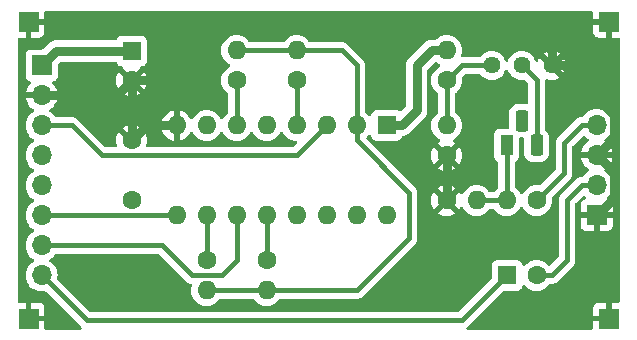
<source format=gbr>
%TF.GenerationSoftware,KiCad,Pcbnew,7.0.6*%
%TF.CreationDate,2023-09-06T23:30:32+02:00*%
%TF.ProjectId,atari_2600_av_mod,61746172-695f-4323-9630-305f61765f6d,1*%
%TF.SameCoordinates,Original*%
%TF.FileFunction,Copper,L2,Bot*%
%TF.FilePolarity,Positive*%
%FSLAX46Y46*%
G04 Gerber Fmt 4.6, Leading zero omitted, Abs format (unit mm)*
G04 Created by KiCad (PCBNEW 7.0.6) date 2023-09-06 23:30:32*
%MOMM*%
%LPD*%
G01*
G04 APERTURE LIST*
G04 Aperture macros list*
%AMRoundRect*
0 Rectangle with rounded corners*
0 $1 Rounding radius*
0 $2 $3 $4 $5 $6 $7 $8 $9 X,Y pos of 4 corners*
0 Add a 4 corners polygon primitive as box body*
4,1,4,$2,$3,$4,$5,$6,$7,$8,$9,$2,$3,0*
0 Add four circle primitives for the rounded corners*
1,1,$1+$1,$2,$3*
1,1,$1+$1,$4,$5*
1,1,$1+$1,$6,$7*
1,1,$1+$1,$8,$9*
0 Add four rect primitives between the rounded corners*
20,1,$1+$1,$2,$3,$4,$5,0*
20,1,$1+$1,$4,$5,$6,$7,0*
20,1,$1+$1,$6,$7,$8,$9,0*
20,1,$1+$1,$8,$9,$2,$3,0*%
G04 Aperture macros list end*
%TA.AperFunction,ComponentPad*%
%ADD10C,1.600000*%
%TD*%
%TA.AperFunction,ComponentPad*%
%ADD11O,1.600000X1.600000*%
%TD*%
%TA.AperFunction,ComponentPad*%
%ADD12R,1.600000X1.600000*%
%TD*%
%TA.AperFunction,ComponentPad*%
%ADD13R,1.700000X1.700000*%
%TD*%
%TA.AperFunction,ComponentPad*%
%ADD14O,1.700000X1.700000*%
%TD*%
%TA.AperFunction,ComponentPad*%
%ADD15R,1.100000X1.800000*%
%TD*%
%TA.AperFunction,ComponentPad*%
%ADD16RoundRect,0.275000X-0.275000X-0.625000X0.275000X-0.625000X0.275000X0.625000X-0.275000X0.625000X0*%
%TD*%
%TA.AperFunction,ComponentPad*%
%ADD17C,1.440000*%
%TD*%
%TA.AperFunction,Conductor*%
%ADD18C,0.800000*%
%TD*%
%TA.AperFunction,Conductor*%
%ADD19C,0.400000*%
%TD*%
G04 APERTURE END LIST*
D10*
%TO.P,R4,1*%
%TO.N,Net-(R4-Pad1)*%
X35530000Y-35590000D03*
D11*
%TO.P,R4,2*%
%TO.N,Net-(R1-Pad2)*%
X35530000Y-38130000D03*
%TD*%
D12*
%TO.P,U1,1,VCC*%
%TO.N,/+5V*%
X45690000Y-24160000D03*
D11*
%TO.P,U1,2*%
%TO.N,Net-(R1-Pad2)*%
X43150000Y-24160000D03*
%TO.P,U1,3*%
%TO.N,Net-(J1-Pin_3)*%
X40610000Y-24160000D03*
%TO.P,U1,4*%
%TO.N,Net-(R1-Pad1)*%
X38070000Y-24160000D03*
%TO.P,U1,5*%
%TO.N,Net-(J1-Pin_4)*%
X35530000Y-24160000D03*
%TO.P,U1,6*%
%TO.N,Net-(R2-Pad1)*%
X32990000Y-24160000D03*
%TO.P,U1,7*%
%TO.N,Net-(J1-Pin_5)*%
X30450000Y-24160000D03*
%TO.P,U1,8,VSS*%
%TO.N,/GND*%
X27910000Y-24160000D03*
%TO.P,U1,9*%
%TO.N,Net-(J1-Pin_6)*%
X27910000Y-31780000D03*
%TO.P,U1,10*%
%TO.N,Net-(R3-Pad1)*%
X30450000Y-31780000D03*
%TO.P,U1,11*%
%TO.N,Net-(J1-Pin_7)*%
X32990000Y-31780000D03*
%TO.P,U1,12*%
%TO.N,Net-(R4-Pad1)*%
X35530000Y-31780000D03*
%TO.P,U1,13*%
%TO.N,N/C*%
X38070000Y-31780000D03*
%TO.P,U1,14*%
%TO.N,unconnected-(U1-Pad14)*%
X40610000Y-31780000D03*
%TO.P,U1,15*%
%TO.N,unconnected-(U1-Pad15)*%
X43150000Y-31780000D03*
%TO.P,U1,16*%
%TO.N,N/C*%
X45690000Y-31780000D03*
%TD*%
D10*
%TO.P,R5,1*%
%TO.N,Net-(R1-Pad2)*%
X50770000Y-20350000D03*
D11*
%TO.P,R5,2*%
%TO.N,/+5V*%
X50770000Y-17810000D03*
%TD*%
D10*
%TO.P,R1,1*%
%TO.N,Net-(R1-Pad1)*%
X38070000Y-20350000D03*
D11*
%TO.P,R1,2*%
%TO.N,Net-(R1-Pad2)*%
X38070000Y-17810000D03*
%TD*%
D10*
%TO.P,C2,1*%
%TO.N,/+5V*%
X24100000Y-30430000D03*
%TO.P,C2,2*%
%TO.N,/GND*%
X24100000Y-25430000D03*
%TD*%
%TO.P,R7,1*%
%TO.N,/GND*%
X50770000Y-30510000D03*
D11*
%TO.P,R7,2*%
%TO.N,Net-(Q1-E)*%
X53310000Y-30510000D03*
%TD*%
D10*
%TO.P,R8,1*%
%TO.N,Net-(J2-Pin_4)*%
X58390000Y-30510000D03*
D11*
%TO.P,R8,2*%
%TO.N,Net-(Q1-E)*%
X55850000Y-30510000D03*
%TD*%
D13*
%TO.P,J2,1,Pin_1*%
%TO.N,/GND*%
X63470000Y-31750000D03*
D14*
%TO.P,J2,2,Pin_2*%
%TO.N,Net-(J2-Pin_2)*%
X63470000Y-29210000D03*
%TO.P,J2,3,Pin_3*%
%TO.N,/GND*%
X63470000Y-26670000D03*
%TO.P,J2,4,Pin_4*%
%TO.N,Net-(J2-Pin_4)*%
X63470000Y-24130000D03*
%TD*%
D12*
%TO.P,C1,1*%
%TO.N,/+5V*%
X24100000Y-17850000D03*
D10*
%TO.P,C1,2*%
%TO.N,/GND*%
X24100000Y-20350000D03*
%TD*%
D13*
%TO.P,J1,1,Pin_1*%
%TO.N,/+5V*%
X16480000Y-19080000D03*
D14*
%TO.P,J1,2,Pin_2*%
%TO.N,/GND*%
X16480000Y-21620000D03*
%TO.P,J1,3,Pin_3*%
%TO.N,Net-(J1-Pin_3)*%
X16480000Y-24160000D03*
%TO.P,J1,4,Pin_4*%
%TO.N,Net-(J1-Pin_4)*%
X16480000Y-26700000D03*
%TO.P,J1,5,Pin_5*%
%TO.N,Net-(J1-Pin_5)*%
X16480000Y-29240000D03*
%TO.P,J1,6,Pin_6*%
%TO.N,Net-(J1-Pin_6)*%
X16480000Y-31780000D03*
%TO.P,J1,7,Pin_7*%
%TO.N,Net-(J1-Pin_7)*%
X16480000Y-34320000D03*
%TO.P,J1,8,Pin_8*%
%TO.N,Net-(J1-Pin_8)*%
X16480000Y-36860000D03*
%TD*%
D13*
%TO.P,J3,1,Pin_1*%
%TO.N,/GND*%
X15371146Y-15363548D03*
%TD*%
D10*
%TO.P,R3,1*%
%TO.N,Net-(R3-Pad1)*%
X30450000Y-35590000D03*
D11*
%TO.P,R3,2*%
%TO.N,Net-(R1-Pad2)*%
X30450000Y-38130000D03*
%TD*%
D13*
%TO.P,J6,1,Pin_1*%
%TO.N,/GND*%
X64506439Y-40507248D03*
%TD*%
D10*
%TO.P,R6,1*%
%TO.N,/GND*%
X50770000Y-26700000D03*
D11*
%TO.P,R6,2*%
%TO.N,Net-(R1-Pad2)*%
X50770000Y-24160000D03*
%TD*%
D15*
%TO.P,Q1,1,E*%
%TO.N,Net-(Q1-E)*%
X55850000Y-25830000D03*
D16*
%TO.P,Q1,2,C*%
%TO.N,/+5V*%
X57120000Y-23760000D03*
%TO.P,Q1,3,B*%
%TO.N,Net-(Q1-B)*%
X58390000Y-25830000D03*
%TD*%
D13*
%TO.P,J5,1,Pin_1*%
%TO.N,/GND*%
X15371146Y-40507248D03*
%TD*%
D12*
%TO.P,C3,1*%
%TO.N,Net-(J1-Pin_8)*%
X55890000Y-36860000D03*
D10*
%TO.P,C3,2*%
%TO.N,Net-(J2-Pin_2)*%
X58390000Y-36860000D03*
%TD*%
D13*
%TO.P,J4,1,Pin_1*%
%TO.N,/GND*%
X64506439Y-15363548D03*
%TD*%
D10*
%TO.P,R2,1*%
%TO.N,Net-(R2-Pad1)*%
X32990000Y-20350000D03*
D11*
%TO.P,R2,2*%
%TO.N,Net-(R1-Pad2)*%
X32990000Y-17810000D03*
%TD*%
D17*
%TO.P,RV1,1,1*%
%TO.N,Net-(R1-Pad2)*%
X54595000Y-19080000D03*
%TO.P,RV1,2,2*%
%TO.N,Net-(Q1-B)*%
X57135000Y-19080000D03*
%TO.P,RV1,3,3*%
%TO.N,/GND*%
X59675000Y-19080000D03*
%TD*%
D18*
%TO.N,/+5V*%
X50770000Y-17810000D02*
X49500000Y-17810000D01*
X49500000Y-17810000D02*
X48230000Y-19080000D01*
X46960000Y-24160000D02*
X45690000Y-24160000D01*
X17710000Y-17850000D02*
X16480000Y-19080000D01*
X48230000Y-22890000D02*
X46960000Y-24160000D01*
X24100000Y-17850000D02*
X17710000Y-17850000D01*
X48230000Y-19080000D02*
X48230000Y-22890000D01*
%TO.N,/GND*%
X64920000Y-25220000D02*
X63470000Y-26670000D01*
X59675000Y-17825000D02*
X59675000Y-19080000D01*
X24100000Y-20350000D02*
X24100000Y-25430000D01*
X24100000Y-20350000D02*
X22830000Y-21620000D01*
X64920000Y-30300000D02*
X63470000Y-31750000D01*
X50770000Y-26700000D02*
X50770000Y-30510000D01*
X27910000Y-24160000D02*
X25370000Y-24160000D01*
X26640000Y-20350000D02*
X31720000Y-15270000D01*
X24100000Y-20350000D02*
X26640000Y-20350000D01*
X64920000Y-28120000D02*
X64920000Y-30300000D01*
X59675000Y-19080000D02*
X60693233Y-19080000D01*
X31720000Y-15270000D02*
X57120000Y-15270000D01*
X64920000Y-23306767D02*
X64920000Y-25220000D01*
X22830000Y-21620000D02*
X16480000Y-21620000D01*
X57120000Y-15270000D02*
X59675000Y-17825000D01*
X63470000Y-26670000D02*
X64920000Y-28120000D01*
X60693233Y-19080000D02*
X64920000Y-23306767D01*
X25370000Y-24160000D02*
X24100000Y-25430000D01*
D19*
%TO.N,Net-(Q1-E)*%
X55850000Y-30510000D02*
X53310000Y-30510000D01*
X55850000Y-25430000D02*
X55850000Y-30510000D01*
%TO.N,Net-(Q1-B)*%
X58390000Y-20335000D02*
X58390000Y-25430000D01*
X57135000Y-19080000D02*
X58390000Y-20335000D01*
%TO.N,Net-(R1-Pad1)*%
X38070000Y-20350000D02*
X38070000Y-24160000D01*
%TO.N,Net-(R1-Pad2)*%
X43150000Y-24160000D02*
X43150000Y-19080000D01*
X52040000Y-19080000D02*
X50770000Y-20350000D01*
X41880000Y-17810000D02*
X38070000Y-17810000D01*
X47572744Y-33707256D02*
X47572744Y-29852744D01*
X43150000Y-38130000D02*
X47572744Y-33707256D01*
X43150000Y-25430000D02*
X43150000Y-24160000D01*
X54595000Y-19080000D02*
X52040000Y-19080000D01*
X47572744Y-29852744D02*
X43150000Y-25430000D01*
X35530000Y-38130000D02*
X43150000Y-38130000D01*
X32990000Y-17810000D02*
X38070000Y-17810000D01*
X43150000Y-19080000D02*
X41880000Y-17810000D01*
X30450000Y-38130000D02*
X35530000Y-38130000D01*
X50770000Y-20350000D02*
X50770000Y-24160000D01*
%TO.N,Net-(R2-Pad1)*%
X32990000Y-20350000D02*
X32990000Y-24160000D01*
%TO.N,Net-(R3-Pad1)*%
X30450000Y-35590000D02*
X30450000Y-31780000D01*
%TO.N,Net-(R4-Pad1)*%
X35530000Y-35590000D02*
X35530000Y-31780000D01*
%TO.N,Net-(J1-Pin_8)*%
X52040000Y-40670000D02*
X55850000Y-36860000D01*
X16480000Y-36860000D02*
X20290000Y-40670000D01*
X20290000Y-40670000D02*
X52040000Y-40670000D01*
%TO.N,Net-(J2-Pin_2)*%
X59660000Y-36860000D02*
X58390000Y-36860000D01*
X63470000Y-29210000D02*
X62230000Y-29210000D01*
X62230000Y-29210000D02*
X60960000Y-30480000D01*
X60960000Y-30480000D02*
X60960000Y-35560000D01*
X60960000Y-35560000D02*
X59660000Y-36860000D01*
%TO.N,Net-(J1-Pin_3)*%
X21560000Y-26700000D02*
X19020000Y-24160000D01*
X19020000Y-24160000D02*
X16480000Y-24160000D01*
X40610000Y-24160000D02*
X38070000Y-26700000D01*
X38070000Y-26700000D02*
X21560000Y-26700000D01*
%TO.N,Net-(J1-Pin_6)*%
X16480000Y-31780000D02*
X27910000Y-31780000D01*
%TO.N,Net-(J1-Pin_7)*%
X32990000Y-31780000D02*
X32990000Y-35590000D01*
X31720000Y-36860000D02*
X29180000Y-36860000D01*
X29180000Y-36860000D02*
X26640000Y-34320000D01*
X26640000Y-34320000D02*
X16480000Y-34320000D01*
X32990000Y-35590000D02*
X31720000Y-36860000D01*
%TO.N,Net-(J2-Pin_4)*%
X63470000Y-24130000D02*
X62230000Y-24130000D01*
X60706000Y-28194000D02*
X58390000Y-30510000D01*
X62230000Y-24130000D02*
X60706000Y-25654000D01*
X60706000Y-25654000D02*
X60706000Y-28194000D01*
%TD*%
%TA.AperFunction,Conductor*%
%TO.N,/GND*%
G36*
X63099478Y-14460185D02*
G01*
X63145233Y-14512989D01*
X63156439Y-14564500D01*
X63156439Y-15113548D01*
X64072753Y-15113548D01*
X64046946Y-15153704D01*
X64006439Y-15291659D01*
X64006439Y-15435437D01*
X64046946Y-15573392D01*
X64072753Y-15613548D01*
X63156439Y-15613548D01*
X63156439Y-16261392D01*
X63162840Y-16320920D01*
X63162842Y-16320927D01*
X63213084Y-16455634D01*
X63213088Y-16455641D01*
X63299248Y-16570735D01*
X63299251Y-16570738D01*
X63414345Y-16656898D01*
X63414352Y-16656902D01*
X63549059Y-16707144D01*
X63549066Y-16707146D01*
X63608594Y-16713547D01*
X63608611Y-16713548D01*
X64256438Y-16713548D01*
X64256438Y-15799049D01*
X64364124Y-15848228D01*
X64470676Y-15863548D01*
X64542202Y-15863548D01*
X64648754Y-15848228D01*
X64756438Y-15799049D01*
X64756438Y-16713547D01*
X64756439Y-16713548D01*
X65315500Y-16713548D01*
X65382539Y-16733233D01*
X65428294Y-16786037D01*
X65439500Y-16837548D01*
X65439500Y-39033248D01*
X65419815Y-39100287D01*
X65367011Y-39146042D01*
X65315500Y-39157248D01*
X64756439Y-39157248D01*
X64756439Y-40071746D01*
X64648754Y-40022568D01*
X64542202Y-40007248D01*
X64470676Y-40007248D01*
X64364124Y-40022568D01*
X64256438Y-40071746D01*
X64256439Y-39157248D01*
X63608594Y-39157248D01*
X63549066Y-39163649D01*
X63549059Y-39163651D01*
X63414352Y-39213893D01*
X63414345Y-39213897D01*
X63299251Y-39300057D01*
X63299248Y-39300060D01*
X63213088Y-39415154D01*
X63213084Y-39415161D01*
X63162842Y-39549868D01*
X63162840Y-39549875D01*
X63156439Y-39609403D01*
X63156439Y-39609420D01*
X63156438Y-40257247D01*
X63156439Y-40257248D01*
X64072753Y-40257248D01*
X64046946Y-40297404D01*
X64006439Y-40435359D01*
X64006439Y-40579137D01*
X64046946Y-40717092D01*
X64072753Y-40757248D01*
X63156439Y-40757248D01*
X63156439Y-41315500D01*
X63136754Y-41382539D01*
X63083950Y-41428294D01*
X63032439Y-41439500D01*
X52556251Y-41439500D01*
X52489212Y-41419815D01*
X52443457Y-41367011D01*
X52433513Y-41297853D01*
X52462538Y-41234297D01*
X52485811Y-41213450D01*
X52489429Y-41210951D01*
X52507929Y-41198183D01*
X52549065Y-41151748D01*
X52551599Y-41149056D01*
X55503838Y-38196818D01*
X55565161Y-38163333D01*
X55591519Y-38160499D01*
X56737871Y-38160499D01*
X56737872Y-38160499D01*
X56797483Y-38154091D01*
X56932331Y-38103796D01*
X57047546Y-38017546D01*
X57133796Y-37902331D01*
X57184091Y-37767483D01*
X57184092Y-37767472D01*
X57185365Y-37762088D01*
X57219933Y-37701369D01*
X57281841Y-37668978D01*
X57351433Y-37675199D01*
X57393725Y-37702912D01*
X57550858Y-37860045D01*
X57550861Y-37860047D01*
X57737266Y-37990568D01*
X57943504Y-38086739D01*
X58163308Y-38145635D01*
X58325230Y-38159801D01*
X58389998Y-38165468D01*
X58390000Y-38165468D01*
X58390002Y-38165468D01*
X58446807Y-38160498D01*
X58616692Y-38145635D01*
X58836496Y-38086739D01*
X59042734Y-37990568D01*
X59229139Y-37860047D01*
X59390047Y-37699139D01*
X59450096Y-37613377D01*
X59504675Y-37569752D01*
X59551673Y-37560500D01*
X59636952Y-37560500D01*
X59640697Y-37560613D01*
X59648042Y-37561057D01*
X59702606Y-37564358D01*
X59740314Y-37557447D01*
X59763621Y-37553177D01*
X59767325Y-37552613D01*
X59785170Y-37550446D01*
X59828872Y-37545140D01*
X59838335Y-37541550D01*
X59859961Y-37535522D01*
X59860893Y-37535351D01*
X59869932Y-37533695D01*
X59926512Y-37508229D01*
X59929942Y-37506809D01*
X59987930Y-37484818D01*
X59996266Y-37479062D01*
X60015821Y-37468034D01*
X60025057Y-37463878D01*
X60073896Y-37425613D01*
X60076876Y-37423421D01*
X60127929Y-37388183D01*
X60169065Y-37341748D01*
X60171599Y-37339056D01*
X61439056Y-36071599D01*
X61441748Y-36069065D01*
X61488183Y-36027929D01*
X61523417Y-35976883D01*
X61525620Y-35973887D01*
X61563878Y-35925056D01*
X61568037Y-35915813D01*
X61579061Y-35896268D01*
X61584818Y-35887930D01*
X61606810Y-35829939D01*
X61608232Y-35826503D01*
X61633695Y-35769931D01*
X61635522Y-35759959D01*
X61641546Y-35738347D01*
X61645140Y-35728872D01*
X61650797Y-35682273D01*
X61652613Y-35667324D01*
X61653177Y-35663619D01*
X61658740Y-35633261D01*
X61664358Y-35602606D01*
X61660611Y-35540667D01*
X61660499Y-35536985D01*
X61660499Y-30821517D01*
X61680184Y-30754479D01*
X61696813Y-30733842D01*
X62302700Y-30127955D01*
X62364021Y-30094472D01*
X62433713Y-30099456D01*
X62478060Y-30127955D01*
X62553819Y-30203715D01*
X62587303Y-30265036D01*
X62582319Y-30334728D01*
X62540448Y-30390662D01*
X62509471Y-30407577D01*
X62377912Y-30456646D01*
X62377906Y-30456649D01*
X62262812Y-30542809D01*
X62262809Y-30542812D01*
X62176649Y-30657906D01*
X62176645Y-30657913D01*
X62126403Y-30792620D01*
X62126401Y-30792627D01*
X62120000Y-30852155D01*
X62120000Y-31500000D01*
X63036314Y-31500000D01*
X63010507Y-31540156D01*
X62970000Y-31678111D01*
X62970000Y-31821889D01*
X63010507Y-31959844D01*
X63036314Y-32000000D01*
X62120000Y-32000000D01*
X62120000Y-32647844D01*
X62126401Y-32707372D01*
X62126403Y-32707379D01*
X62176645Y-32842086D01*
X62176649Y-32842093D01*
X62262809Y-32957187D01*
X62262812Y-32957190D01*
X62377906Y-33043350D01*
X62377913Y-33043354D01*
X62512620Y-33093596D01*
X62512627Y-33093598D01*
X62572155Y-33099999D01*
X62572172Y-33100000D01*
X63220000Y-33100000D01*
X63220000Y-32185501D01*
X63327685Y-32234680D01*
X63434237Y-32250000D01*
X63505763Y-32250000D01*
X63612315Y-32234680D01*
X63720000Y-32185501D01*
X63720000Y-33100000D01*
X64367828Y-33100000D01*
X64367844Y-33099999D01*
X64427372Y-33093598D01*
X64427379Y-33093596D01*
X64562086Y-33043354D01*
X64562093Y-33043350D01*
X64677187Y-32957190D01*
X64677190Y-32957187D01*
X64763350Y-32842093D01*
X64763354Y-32842086D01*
X64813596Y-32707379D01*
X64813598Y-32707372D01*
X64819999Y-32647844D01*
X64820000Y-32647827D01*
X64820000Y-32000000D01*
X63903686Y-32000000D01*
X63929493Y-31959844D01*
X63970000Y-31821889D01*
X63970000Y-31678111D01*
X63929493Y-31540156D01*
X63903686Y-31500000D01*
X64820000Y-31500000D01*
X64820000Y-30852172D01*
X64819999Y-30852155D01*
X64813598Y-30792627D01*
X64813596Y-30792620D01*
X64763354Y-30657913D01*
X64763350Y-30657906D01*
X64677190Y-30542812D01*
X64677187Y-30542809D01*
X64562093Y-30456649D01*
X64562088Y-30456646D01*
X64430528Y-30407577D01*
X64374595Y-30365705D01*
X64350178Y-30300241D01*
X64365030Y-30231968D01*
X64386175Y-30203720D01*
X64508495Y-30081401D01*
X64644035Y-29887830D01*
X64743903Y-29673663D01*
X64805063Y-29445408D01*
X64825659Y-29210000D01*
X64805063Y-28974592D01*
X64743903Y-28746337D01*
X64644035Y-28532171D01*
X64636865Y-28521930D01*
X64508494Y-28338597D01*
X64341402Y-28171506D01*
X64341401Y-28171505D01*
X64155405Y-28041269D01*
X64111781Y-27986692D01*
X64104588Y-27917193D01*
X64136110Y-27854839D01*
X64155405Y-27838119D01*
X64341082Y-27708105D01*
X64508105Y-27541082D01*
X64643600Y-27347578D01*
X64743429Y-27133492D01*
X64743432Y-27133486D01*
X64800636Y-26920000D01*
X63903686Y-26920000D01*
X63929493Y-26879844D01*
X63970000Y-26741889D01*
X63970000Y-26598111D01*
X63929493Y-26460156D01*
X63903686Y-26420000D01*
X64800636Y-26420000D01*
X64800635Y-26419999D01*
X64743432Y-26206513D01*
X64743429Y-26206507D01*
X64643600Y-25992422D01*
X64643599Y-25992420D01*
X64508113Y-25798926D01*
X64508108Y-25798920D01*
X64341078Y-25631890D01*
X64155405Y-25501879D01*
X64111780Y-25447302D01*
X64104588Y-25377804D01*
X64136110Y-25315449D01*
X64155406Y-25298730D01*
X64167064Y-25290567D01*
X64341401Y-25168495D01*
X64508495Y-25001401D01*
X64644035Y-24807830D01*
X64743903Y-24593663D01*
X64805063Y-24365408D01*
X64825659Y-24130000D01*
X64805063Y-23894592D01*
X64756589Y-23713682D01*
X64743905Y-23666344D01*
X64743904Y-23666343D01*
X64743903Y-23666337D01*
X64644035Y-23452171D01*
X64635384Y-23439815D01*
X64508494Y-23258597D01*
X64341402Y-23091506D01*
X64341395Y-23091501D01*
X64341319Y-23091448D01*
X64252752Y-23029432D01*
X64147834Y-22955967D01*
X64147830Y-22955965D01*
X64106499Y-22936692D01*
X63933663Y-22856097D01*
X63933659Y-22856096D01*
X63933655Y-22856094D01*
X63705413Y-22794938D01*
X63705403Y-22794936D01*
X63470001Y-22774341D01*
X63469999Y-22774341D01*
X63234596Y-22794936D01*
X63234586Y-22794938D01*
X63006344Y-22856094D01*
X63006335Y-22856098D01*
X62792171Y-22955964D01*
X62792169Y-22955965D01*
X62598597Y-23091505D01*
X62431508Y-23258594D01*
X62349173Y-23376181D01*
X62294596Y-23419806D01*
X62240112Y-23428831D01*
X62187398Y-23425642D01*
X62187390Y-23425643D01*
X62126402Y-23436819D01*
X62122701Y-23437382D01*
X62061125Y-23444860D01*
X62051642Y-23448456D01*
X62030038Y-23454478D01*
X62028535Y-23454754D01*
X62020065Y-23456306D01*
X62020063Y-23456307D01*
X61963527Y-23481752D01*
X61960069Y-23483184D01*
X61902069Y-23505182D01*
X61893724Y-23510942D01*
X61874183Y-23521964D01*
X61864941Y-23526123D01*
X61816129Y-23564364D01*
X61813114Y-23566583D01*
X61762072Y-23601816D01*
X61762065Y-23601822D01*
X61720935Y-23648248D01*
X61718368Y-23650974D01*
X60226966Y-25142375D01*
X60224240Y-25144942D01*
X60177818Y-25186068D01*
X60142586Y-25237109D01*
X60140368Y-25240124D01*
X60102124Y-25288939D01*
X60102119Y-25288948D01*
X60097960Y-25298188D01*
X60086942Y-25317723D01*
X60081187Y-25326061D01*
X60081183Y-25326067D01*
X60081182Y-25326070D01*
X60081180Y-25326074D01*
X60081179Y-25326077D01*
X60059189Y-25384055D01*
X60057757Y-25387513D01*
X60032305Y-25444068D01*
X60030477Y-25454042D01*
X60024453Y-25475653D01*
X60020860Y-25485127D01*
X60020859Y-25485128D01*
X60013384Y-25546685D01*
X60012821Y-25550386D01*
X60001642Y-25611390D01*
X60001642Y-25611395D01*
X60005387Y-25673302D01*
X60005500Y-25677047D01*
X60005500Y-27852480D01*
X59985815Y-27919519D01*
X59969181Y-27940161D01*
X58720369Y-29188972D01*
X58659046Y-29222457D01*
X58621881Y-29224819D01*
X58616680Y-29224364D01*
X58597171Y-29222657D01*
X58390002Y-29204532D01*
X58389998Y-29204532D01*
X58163313Y-29224364D01*
X58163302Y-29224366D01*
X57943511Y-29283258D01*
X57943502Y-29283261D01*
X57737267Y-29379431D01*
X57737265Y-29379432D01*
X57550858Y-29509954D01*
X57389954Y-29670858D01*
X57259432Y-29857265D01*
X57259431Y-29857267D01*
X57232382Y-29915275D01*
X57186209Y-29967714D01*
X57119016Y-29986866D01*
X57052135Y-29966650D01*
X57007618Y-29915275D01*
X56980683Y-29857513D01*
X56980568Y-29857266D01*
X56873015Y-29703663D01*
X56850048Y-29670862D01*
X56770044Y-29590858D01*
X56689139Y-29509953D01*
X56639804Y-29475408D01*
X56603376Y-29449901D01*
X56559751Y-29395324D01*
X56550500Y-29348326D01*
X56550500Y-27294141D01*
X56570185Y-27227102D01*
X56622989Y-27181347D01*
X56631149Y-27177966D01*
X56642331Y-27173796D01*
X56757546Y-27087546D01*
X56843796Y-26972331D01*
X56894091Y-26837483D01*
X56900500Y-26777873D01*
X56900499Y-25284499D01*
X56920184Y-25217461D01*
X56972987Y-25171706D01*
X57024499Y-25160500D01*
X57215500Y-25160500D01*
X57282539Y-25180185D01*
X57328294Y-25232989D01*
X57339500Y-25284500D01*
X57339500Y-26498558D01*
X57354157Y-26628648D01*
X57354159Y-26628658D01*
X57406376Y-26777883D01*
X57411878Y-26793606D01*
X57504853Y-26941576D01*
X57628424Y-27065147D01*
X57776394Y-27158122D01*
X57941343Y-27215841D01*
X57941349Y-27215841D01*
X57941351Y-27215842D01*
X57982750Y-27220506D01*
X58071442Y-27230499D01*
X58071445Y-27230500D01*
X58071448Y-27230500D01*
X58708555Y-27230500D01*
X58708556Y-27230499D01*
X58838657Y-27215841D01*
X59003606Y-27158122D01*
X59151576Y-27065147D01*
X59275147Y-26941576D01*
X59368122Y-26793606D01*
X59425841Y-26628657D01*
X59440500Y-26498552D01*
X59440500Y-25161448D01*
X59428429Y-25054313D01*
X59425842Y-25031351D01*
X59425841Y-25031349D01*
X59425841Y-25031343D01*
X59368122Y-24866394D01*
X59275147Y-24718424D01*
X59151576Y-24594853D01*
X59151574Y-24594851D01*
X59151570Y-24594848D01*
X59148524Y-24592934D01*
X59146976Y-24591184D01*
X59146126Y-24590506D01*
X59146244Y-24590357D01*
X59102235Y-24540598D01*
X59090500Y-24487943D01*
X59090500Y-20358049D01*
X59090613Y-20354309D01*
X59091454Y-20340393D01*
X59115146Y-20274662D01*
X59170613Y-20232175D01*
X59240245Y-20226421D01*
X59250902Y-20229440D01*
X59250913Y-20229403D01*
X59462337Y-20286054D01*
X59462345Y-20286055D01*
X59674998Y-20304660D01*
X59675002Y-20304660D01*
X59887654Y-20286055D01*
X59887662Y-20286054D01*
X60093853Y-20230805D01*
X60093859Y-20230802D01*
X60287330Y-20140586D01*
X60287336Y-20140582D01*
X60343031Y-20101584D01*
X59719400Y-19477953D01*
X59800148Y-19465165D01*
X59913045Y-19407641D01*
X60002641Y-19318045D01*
X60060165Y-19205148D01*
X60072953Y-19124400D01*
X60696584Y-19748031D01*
X60735582Y-19692336D01*
X60735586Y-19692330D01*
X60825802Y-19498859D01*
X60825805Y-19498853D01*
X60881054Y-19292662D01*
X60881055Y-19292654D01*
X60899660Y-19080002D01*
X60899660Y-19079997D01*
X60881055Y-18867345D01*
X60881054Y-18867337D01*
X60825805Y-18661146D01*
X60825802Y-18661140D01*
X60735586Y-18467670D01*
X60696583Y-18411967D01*
X60072953Y-19035598D01*
X60060165Y-18954852D01*
X60002641Y-18841955D01*
X59913045Y-18752359D01*
X59800148Y-18694835D01*
X59719401Y-18682046D01*
X60343031Y-18058416D01*
X60343030Y-18058415D01*
X60287330Y-18019413D01*
X60287328Y-18019412D01*
X60093859Y-17929197D01*
X60093853Y-17929194D01*
X59887662Y-17873945D01*
X59887654Y-17873944D01*
X59675002Y-17855340D01*
X59674998Y-17855340D01*
X59462345Y-17873944D01*
X59462337Y-17873945D01*
X59256146Y-17929194D01*
X59256140Y-17929197D01*
X59062667Y-18019414D01*
X59006967Y-18058414D01*
X59630599Y-18682046D01*
X59549852Y-18694835D01*
X59436955Y-18752359D01*
X59347359Y-18841955D01*
X59289835Y-18954852D01*
X59277046Y-19035599D01*
X58653414Y-18411967D01*
X58614414Y-18467667D01*
X58524197Y-18661140D01*
X58522342Y-18666236D01*
X58520445Y-18665545D01*
X58488656Y-18717684D01*
X58425805Y-18748205D01*
X58356431Y-18739901D01*
X58302559Y-18695408D01*
X58289012Y-18665742D01*
X58288130Y-18666064D01*
X58286279Y-18660983D01*
X58286276Y-18660970D01*
X58196021Y-18467419D01*
X58073529Y-18292481D01*
X58073527Y-18292478D01*
X57922521Y-18141472D01*
X57747578Y-18018977D01*
X57747579Y-18018977D01*
X57618547Y-17958809D01*
X57554030Y-17928724D01*
X57554026Y-17928723D01*
X57554022Y-17928721D01*
X57347752Y-17873452D01*
X57347748Y-17873451D01*
X57347747Y-17873451D01*
X57347746Y-17873450D01*
X57347741Y-17873450D01*
X57135002Y-17854838D01*
X57134998Y-17854838D01*
X56922258Y-17873450D01*
X56922247Y-17873452D01*
X56715977Y-17928721D01*
X56715968Y-17928725D01*
X56522421Y-18018977D01*
X56347478Y-18141472D01*
X56196472Y-18292478D01*
X56073977Y-18467421D01*
X55983725Y-18660968D01*
X55981870Y-18666064D01*
X55979749Y-18665292D01*
X55948406Y-18716710D01*
X55885558Y-18747237D01*
X55816183Y-18738939D01*
X55762307Y-18694452D01*
X55749169Y-18665685D01*
X55748130Y-18666064D01*
X55746279Y-18660983D01*
X55746276Y-18660970D01*
X55656021Y-18467419D01*
X55533529Y-18292481D01*
X55533527Y-18292478D01*
X55382521Y-18141472D01*
X55207578Y-18018977D01*
X55207579Y-18018977D01*
X55078547Y-17958809D01*
X55014030Y-17928724D01*
X55014026Y-17928723D01*
X55014022Y-17928721D01*
X54807752Y-17873452D01*
X54807748Y-17873451D01*
X54807747Y-17873451D01*
X54807746Y-17873450D01*
X54807741Y-17873450D01*
X54595002Y-17854838D01*
X54594998Y-17854838D01*
X54382258Y-17873450D01*
X54382247Y-17873452D01*
X54175977Y-17928721D01*
X54175968Y-17928725D01*
X53982421Y-18018977D01*
X53807478Y-18141472D01*
X53656474Y-18292476D01*
X53632564Y-18326624D01*
X53577987Y-18370248D01*
X53530989Y-18379500D01*
X52125380Y-18379500D01*
X52058341Y-18359815D01*
X52012586Y-18307011D01*
X52002642Y-18237853D01*
X52005605Y-18223407D01*
X52027559Y-18141472D01*
X52055635Y-18036692D01*
X52075468Y-17810000D01*
X52055635Y-17583308D01*
X51996739Y-17363504D01*
X51900568Y-17157266D01*
X51778421Y-16982820D01*
X51770045Y-16970858D01*
X51609141Y-16809954D01*
X51422734Y-16679432D01*
X51422732Y-16679431D01*
X51216497Y-16583261D01*
X51216488Y-16583258D01*
X50996697Y-16524366D01*
X50996693Y-16524365D01*
X50996692Y-16524365D01*
X50996691Y-16524364D01*
X50996686Y-16524364D01*
X50770002Y-16504532D01*
X50769998Y-16504532D01*
X50543313Y-16524364D01*
X50543302Y-16524366D01*
X50323511Y-16583258D01*
X50323502Y-16583261D01*
X50117267Y-16679431D01*
X50117265Y-16679432D01*
X49930862Y-16809951D01*
X49903266Y-16837548D01*
X49867631Y-16873182D01*
X49806311Y-16906666D01*
X49779952Y-16909500D01*
X49580627Y-16909500D01*
X49561228Y-16907973D01*
X49547389Y-16905781D01*
X49547388Y-16905781D01*
X49478046Y-16909415D01*
X49474803Y-16909500D01*
X49452808Y-16909500D01*
X49437403Y-16911118D01*
X49430933Y-16911798D01*
X49427702Y-16912052D01*
X49358356Y-16915687D01*
X49344809Y-16919317D01*
X49325686Y-16922860D01*
X49311745Y-16924325D01*
X49311743Y-16924325D01*
X49245702Y-16945784D01*
X49242590Y-16946705D01*
X49175517Y-16964677D01*
X49175503Y-16964683D01*
X49163022Y-16971043D01*
X49145049Y-16978488D01*
X49131715Y-16982820D01*
X49071592Y-17017533D01*
X49068740Y-17019082D01*
X49006853Y-17050616D01*
X49006837Y-17050626D01*
X48995948Y-17059444D01*
X48979923Y-17070458D01*
X48967785Y-17077466D01*
X48967781Y-17077469D01*
X48916172Y-17123936D01*
X48913710Y-17126039D01*
X48896627Y-17139875D01*
X48896610Y-17139890D01*
X48881065Y-17155435D01*
X48878713Y-17157666D01*
X48827114Y-17204126D01*
X48818869Y-17215474D01*
X48806236Y-17230263D01*
X47650263Y-18386236D01*
X47635474Y-18398869D01*
X47624126Y-18407114D01*
X47577666Y-18458713D01*
X47575435Y-18461065D01*
X47559890Y-18476610D01*
X47559875Y-18476627D01*
X47546039Y-18493710D01*
X47543936Y-18496172D01*
X47497469Y-18547781D01*
X47497466Y-18547785D01*
X47490458Y-18559923D01*
X47479444Y-18575948D01*
X47470626Y-18586837D01*
X47470616Y-18586853D01*
X47439082Y-18648740D01*
X47437533Y-18651592D01*
X47402821Y-18711713D01*
X47398487Y-18725053D01*
X47391045Y-18743018D01*
X47385790Y-18753334D01*
X47384680Y-18755512D01*
X47366706Y-18822584D01*
X47365785Y-18825692D01*
X47344326Y-18891742D01*
X47344325Y-18891745D01*
X47342860Y-18905686D01*
X47339315Y-18924812D01*
X47335686Y-18938352D01*
X47332051Y-19007710D01*
X47331797Y-19010941D01*
X47329500Y-19032810D01*
X47329500Y-19054797D01*
X47329415Y-19058042D01*
X47325781Y-19127387D01*
X47327973Y-19141225D01*
X47329500Y-19160626D01*
X47329500Y-22465638D01*
X47309815Y-22532677D01*
X47293181Y-22553319D01*
X46921520Y-22924979D01*
X46860197Y-22958464D01*
X46790505Y-22953480D01*
X46759531Y-22936566D01*
X46732331Y-22916204D01*
X46732328Y-22916203D01*
X46732327Y-22916202D01*
X46597482Y-22865908D01*
X46597483Y-22865908D01*
X46537883Y-22859501D01*
X46537881Y-22859500D01*
X46537873Y-22859500D01*
X46537864Y-22859500D01*
X44842129Y-22859500D01*
X44842123Y-22859501D01*
X44782516Y-22865908D01*
X44647671Y-22916202D01*
X44647664Y-22916206D01*
X44532455Y-23002452D01*
X44532452Y-23002455D01*
X44446206Y-23117664D01*
X44446202Y-23117671D01*
X44395908Y-23252516D01*
X44392137Y-23287596D01*
X44365398Y-23352146D01*
X44308006Y-23391994D01*
X44238180Y-23394487D01*
X44178092Y-23358834D01*
X44167273Y-23345462D01*
X44150048Y-23320862D01*
X44074142Y-23244956D01*
X43989139Y-23159953D01*
X43989135Y-23159950D01*
X43989134Y-23159949D01*
X43903376Y-23099901D01*
X43859751Y-23045324D01*
X43850499Y-22998330D01*
X43850499Y-19103037D01*
X43850612Y-19099292D01*
X43850968Y-19093398D01*
X43854357Y-19037394D01*
X43843177Y-18976386D01*
X43842615Y-18972689D01*
X43835140Y-18911129D01*
X43835139Y-18911125D01*
X43831546Y-18901651D01*
X43825519Y-18880029D01*
X43823694Y-18870070D01*
X43823694Y-18870068D01*
X43798241Y-18813514D01*
X43796807Y-18810052D01*
X43781688Y-18770185D01*
X43774818Y-18752070D01*
X43769058Y-18743726D01*
X43758035Y-18724180D01*
X43753878Y-18714943D01*
X43715617Y-18666107D01*
X43713417Y-18663117D01*
X43696786Y-18639021D01*
X43678185Y-18612073D01*
X43678183Y-18612071D01*
X43631750Y-18570935D01*
X43629056Y-18568399D01*
X42391598Y-17330941D01*
X42389064Y-17328250D01*
X42347929Y-17281817D01*
X42347928Y-17281816D01*
X42347924Y-17281812D01*
X42296896Y-17246591D01*
X42293887Y-17244377D01*
X42245060Y-17206124D01*
X42245055Y-17206120D01*
X42235813Y-17201961D01*
X42216266Y-17190936D01*
X42207931Y-17185183D01*
X42207932Y-17185183D01*
X42207930Y-17185182D01*
X42149941Y-17163189D01*
X42146490Y-17161759D01*
X42089930Y-17136304D01*
X42079946Y-17134474D01*
X42058343Y-17128451D01*
X42048874Y-17124860D01*
X42048870Y-17124859D01*
X41987313Y-17117384D01*
X41983612Y-17116821D01*
X41922608Y-17105642D01*
X41922603Y-17105642D01*
X41860697Y-17109387D01*
X41856952Y-17109500D01*
X39231673Y-17109500D01*
X39164634Y-17089815D01*
X39130098Y-17056623D01*
X39070045Y-16970858D01*
X38909141Y-16809954D01*
X38722734Y-16679432D01*
X38722732Y-16679431D01*
X38516497Y-16583261D01*
X38516488Y-16583258D01*
X38296697Y-16524366D01*
X38296693Y-16524365D01*
X38296692Y-16524365D01*
X38296691Y-16524364D01*
X38296686Y-16524364D01*
X38070002Y-16504532D01*
X38069998Y-16504532D01*
X37843313Y-16524364D01*
X37843302Y-16524366D01*
X37623511Y-16583258D01*
X37623502Y-16583261D01*
X37417267Y-16679431D01*
X37417265Y-16679432D01*
X37230858Y-16809954D01*
X37069954Y-16970858D01*
X37009902Y-17056623D01*
X36955325Y-17100248D01*
X36908327Y-17109500D01*
X34151673Y-17109500D01*
X34084634Y-17089815D01*
X34050098Y-17056623D01*
X33990045Y-16970858D01*
X33829141Y-16809954D01*
X33642734Y-16679432D01*
X33642732Y-16679431D01*
X33436497Y-16583261D01*
X33436488Y-16583258D01*
X33216697Y-16524366D01*
X33216693Y-16524365D01*
X33216692Y-16524365D01*
X33216691Y-16524364D01*
X33216686Y-16524364D01*
X32990002Y-16504532D01*
X32989998Y-16504532D01*
X32763313Y-16524364D01*
X32763302Y-16524366D01*
X32543511Y-16583258D01*
X32543502Y-16583261D01*
X32337267Y-16679431D01*
X32337265Y-16679432D01*
X32150858Y-16809954D01*
X31989954Y-16970858D01*
X31859432Y-17157265D01*
X31859431Y-17157267D01*
X31763261Y-17363502D01*
X31763258Y-17363511D01*
X31704366Y-17583302D01*
X31704364Y-17583313D01*
X31684532Y-17809998D01*
X31684532Y-17810001D01*
X31704364Y-18036686D01*
X31704366Y-18036697D01*
X31763258Y-18256488D01*
X31763261Y-18256497D01*
X31859431Y-18462732D01*
X31859432Y-18462734D01*
X31989954Y-18649141D01*
X32150858Y-18810045D01*
X32168766Y-18822584D01*
X32337266Y-18940568D01*
X32395275Y-18967618D01*
X32447714Y-19013791D01*
X32466866Y-19080984D01*
X32446650Y-19147865D01*
X32395275Y-19192382D01*
X32337267Y-19219431D01*
X32337265Y-19219432D01*
X32150858Y-19349954D01*
X31989954Y-19510858D01*
X31910364Y-19624527D01*
X31862713Y-19692581D01*
X31859435Y-19697262D01*
X31859431Y-19697267D01*
X31763261Y-19903502D01*
X31763258Y-19903511D01*
X31704366Y-20123302D01*
X31704364Y-20123313D01*
X31684532Y-20349998D01*
X31684532Y-20350001D01*
X31704364Y-20576686D01*
X31704366Y-20576697D01*
X31763258Y-20796488D01*
X31763261Y-20796497D01*
X31859431Y-21002732D01*
X31859432Y-21002734D01*
X31989954Y-21189141D01*
X32150857Y-21350044D01*
X32150860Y-21350046D01*
X32150861Y-21350047D01*
X32236623Y-21410097D01*
X32280248Y-21464673D01*
X32289500Y-21511672D01*
X32289500Y-22998326D01*
X32269815Y-23065365D01*
X32236624Y-23099901D01*
X32150863Y-23159951D01*
X31989951Y-23320862D01*
X31859432Y-23507265D01*
X31859430Y-23507268D01*
X31832380Y-23565277D01*
X31786207Y-23617715D01*
X31719013Y-23636866D01*
X31652132Y-23616649D01*
X31607619Y-23565277D01*
X31580568Y-23507266D01*
X31562997Y-23482171D01*
X31450045Y-23320858D01*
X31289141Y-23159954D01*
X31102734Y-23029432D01*
X31102732Y-23029431D01*
X30896497Y-22933261D01*
X30896488Y-22933258D01*
X30676697Y-22874366D01*
X30676693Y-22874365D01*
X30676692Y-22874365D01*
X30676691Y-22874364D01*
X30676686Y-22874364D01*
X30450002Y-22854532D01*
X30449998Y-22854532D01*
X30223313Y-22874364D01*
X30223302Y-22874366D01*
X30003511Y-22933258D01*
X30003502Y-22933261D01*
X29797267Y-23029431D01*
X29797265Y-23029432D01*
X29610858Y-23159954D01*
X29449954Y-23320858D01*
X29329155Y-23493380D01*
X29319432Y-23507266D01*
X29292270Y-23565516D01*
X29292106Y-23565867D01*
X29245933Y-23618306D01*
X29178739Y-23637457D01*
X29111858Y-23617241D01*
X29067342Y-23565865D01*
X29040135Y-23507520D01*
X29040134Y-23507518D01*
X28909657Y-23321179D01*
X28748820Y-23160342D01*
X28562482Y-23029865D01*
X28356328Y-22933734D01*
X28160000Y-22881127D01*
X28160000Y-23844314D01*
X28148045Y-23832359D01*
X28035148Y-23774835D01*
X27941481Y-23760000D01*
X27878519Y-23760000D01*
X27784852Y-23774835D01*
X27671955Y-23832359D01*
X27660000Y-23844313D01*
X27660000Y-22881127D01*
X27463671Y-22933734D01*
X27257517Y-23029865D01*
X27071179Y-23160342D01*
X26910342Y-23321179D01*
X26779865Y-23507517D01*
X26683734Y-23713673D01*
X26683730Y-23713682D01*
X26631127Y-23909999D01*
X26631128Y-23910000D01*
X27594314Y-23910000D01*
X27582359Y-23921955D01*
X27524835Y-24034852D01*
X27505014Y-24160000D01*
X27524835Y-24285148D01*
X27582359Y-24398045D01*
X27594314Y-24410000D01*
X26631128Y-24410000D01*
X26683730Y-24606317D01*
X26683734Y-24606326D01*
X26779865Y-24812482D01*
X26910342Y-24998820D01*
X27071179Y-25159657D01*
X27257517Y-25290134D01*
X27463673Y-25386265D01*
X27463682Y-25386269D01*
X27659999Y-25438872D01*
X27659999Y-25438871D01*
X27659999Y-24475685D01*
X27671955Y-24487641D01*
X27784852Y-24545165D01*
X27878519Y-24560000D01*
X27941481Y-24560000D01*
X28035148Y-24545165D01*
X28148045Y-24487641D01*
X28160000Y-24475686D01*
X28160000Y-25438872D01*
X28356317Y-25386269D01*
X28356326Y-25386265D01*
X28562482Y-25290134D01*
X28748820Y-25159657D01*
X28909657Y-24998820D01*
X29040132Y-24812484D01*
X29067341Y-24754134D01*
X29113513Y-24701695D01*
X29180707Y-24682542D01*
X29247588Y-24702757D01*
X29292105Y-24754132D01*
X29314088Y-24801275D01*
X29319431Y-24812732D01*
X29319432Y-24812734D01*
X29449954Y-24999141D01*
X29610858Y-25160045D01*
X29612862Y-25161448D01*
X29797266Y-25290568D01*
X30003504Y-25386739D01*
X30003509Y-25386740D01*
X30003511Y-25386741D01*
X30056415Y-25400916D01*
X30223308Y-25445635D01*
X30385230Y-25459801D01*
X30449998Y-25465468D01*
X30450000Y-25465468D01*
X30450002Y-25465468D01*
X30506807Y-25460498D01*
X30676692Y-25445635D01*
X30896496Y-25386739D01*
X31102734Y-25290568D01*
X31289139Y-25160047D01*
X31450047Y-24999139D01*
X31580568Y-24812734D01*
X31607619Y-24754721D01*
X31653788Y-24702286D01*
X31720981Y-24683133D01*
X31787862Y-24703348D01*
X31832380Y-24754722D01*
X31859432Y-24812734D01*
X31899356Y-24869752D01*
X31989954Y-24999141D01*
X32150858Y-25160045D01*
X32152862Y-25161448D01*
X32337266Y-25290568D01*
X32543504Y-25386739D01*
X32543509Y-25386740D01*
X32543511Y-25386741D01*
X32596415Y-25400916D01*
X32763308Y-25445635D01*
X32925230Y-25459801D01*
X32989998Y-25465468D01*
X32990000Y-25465468D01*
X32990002Y-25465468D01*
X33046807Y-25460498D01*
X33216692Y-25445635D01*
X33436496Y-25386739D01*
X33642734Y-25290568D01*
X33829139Y-25160047D01*
X33990047Y-24999139D01*
X34120568Y-24812734D01*
X34147618Y-24754724D01*
X34193790Y-24702285D01*
X34260983Y-24683133D01*
X34327865Y-24703348D01*
X34372381Y-24754724D01*
X34386517Y-24785038D01*
X34399429Y-24812728D01*
X34399432Y-24812734D01*
X34529954Y-24999141D01*
X34690858Y-25160045D01*
X34692862Y-25161448D01*
X34877266Y-25290568D01*
X35083504Y-25386739D01*
X35083509Y-25386740D01*
X35083511Y-25386741D01*
X35136415Y-25400916D01*
X35303308Y-25445635D01*
X35465230Y-25459801D01*
X35529998Y-25465468D01*
X35530000Y-25465468D01*
X35530002Y-25465468D01*
X35586807Y-25460498D01*
X35756692Y-25445635D01*
X35976496Y-25386739D01*
X36182734Y-25290568D01*
X36369139Y-25160047D01*
X36530047Y-24999139D01*
X36660568Y-24812734D01*
X36687618Y-24754724D01*
X36733790Y-24702285D01*
X36800983Y-24683133D01*
X36867865Y-24703348D01*
X36912381Y-24754724D01*
X36926517Y-24785038D01*
X36939429Y-24812728D01*
X36939432Y-24812734D01*
X37069954Y-24999141D01*
X37230858Y-25160045D01*
X37232862Y-25161448D01*
X37417266Y-25290568D01*
X37623504Y-25386739D01*
X37623509Y-25386740D01*
X37623511Y-25386741D01*
X37676415Y-25400916D01*
X37843308Y-25445635D01*
X38029348Y-25461911D01*
X38094416Y-25487363D01*
X38135395Y-25543954D01*
X38139273Y-25613716D01*
X38106222Y-25673120D01*
X38023460Y-25755881D01*
X37816160Y-25963182D01*
X37754840Y-25996666D01*
X37728481Y-25999500D01*
X25454863Y-25999500D01*
X25387824Y-25979815D01*
X25342069Y-25927011D01*
X25332125Y-25857853D01*
X25335088Y-25843407D01*
X25385139Y-25656610D01*
X25385141Y-25656599D01*
X25404966Y-25430002D01*
X25404966Y-25429997D01*
X25385141Y-25203400D01*
X25385139Y-25203389D01*
X25326269Y-24983682D01*
X25326265Y-24983673D01*
X25230133Y-24777516D01*
X25230131Y-24777512D01*
X25179025Y-24704526D01*
X24497953Y-25385598D01*
X24485165Y-25304852D01*
X24427641Y-25191955D01*
X24338045Y-25102359D01*
X24225148Y-25044835D01*
X24144400Y-25032046D01*
X24825472Y-24350974D01*
X24825471Y-24350973D01*
X24752483Y-24299866D01*
X24752481Y-24299865D01*
X24546326Y-24203734D01*
X24546317Y-24203730D01*
X24326610Y-24144860D01*
X24326599Y-24144858D01*
X24100002Y-24125034D01*
X24099998Y-24125034D01*
X23873400Y-24144858D01*
X23873389Y-24144860D01*
X23653682Y-24203730D01*
X23653673Y-24203734D01*
X23447513Y-24299868D01*
X23374527Y-24350972D01*
X23374526Y-24350973D01*
X24055600Y-25032046D01*
X23974852Y-25044835D01*
X23861955Y-25102359D01*
X23772359Y-25191955D01*
X23714835Y-25304852D01*
X23702046Y-25385600D01*
X23020973Y-24704527D01*
X22969868Y-24777513D01*
X22873734Y-24983673D01*
X22873730Y-24983682D01*
X22814860Y-25203389D01*
X22814858Y-25203400D01*
X22795034Y-25429997D01*
X22795034Y-25430002D01*
X22814858Y-25656599D01*
X22814860Y-25656610D01*
X22864912Y-25843407D01*
X22863249Y-25913257D01*
X22824086Y-25971119D01*
X22759858Y-25998623D01*
X22745137Y-25999500D01*
X21901519Y-25999500D01*
X21834480Y-25979815D01*
X21813838Y-25963181D01*
X20673174Y-24822517D01*
X19531598Y-23680941D01*
X19529064Y-23678250D01*
X19487929Y-23631817D01*
X19487928Y-23631816D01*
X19487924Y-23631812D01*
X19436896Y-23596591D01*
X19433887Y-23594377D01*
X19385060Y-23556124D01*
X19385055Y-23556120D01*
X19375813Y-23551961D01*
X19356266Y-23540936D01*
X19347931Y-23535183D01*
X19347932Y-23535183D01*
X19347930Y-23535182D01*
X19289941Y-23513189D01*
X19286490Y-23511759D01*
X19229930Y-23486304D01*
X19219946Y-23484474D01*
X19198343Y-23478451D01*
X19188874Y-23474860D01*
X19188870Y-23474859D01*
X19127313Y-23467384D01*
X19123612Y-23466821D01*
X19062608Y-23455642D01*
X19062603Y-23455642D01*
X19000697Y-23459387D01*
X18996952Y-23459500D01*
X17702711Y-23459500D01*
X17635672Y-23439815D01*
X17601136Y-23406623D01*
X17597636Y-23401625D01*
X17539366Y-23318406D01*
X17518494Y-23288597D01*
X17351402Y-23121506D01*
X17351401Y-23121505D01*
X17165405Y-22991269D01*
X17121781Y-22936692D01*
X17114588Y-22867193D01*
X17146110Y-22804839D01*
X17165405Y-22788119D01*
X17351082Y-22658105D01*
X17518105Y-22491082D01*
X17653600Y-22297578D01*
X17753429Y-22083492D01*
X17753432Y-22083486D01*
X17810636Y-21870000D01*
X16913686Y-21870000D01*
X16939493Y-21829844D01*
X16980000Y-21691889D01*
X16980000Y-21548111D01*
X16939493Y-21410156D01*
X16913686Y-21370000D01*
X17810636Y-21370000D01*
X17810635Y-21369999D01*
X17753432Y-21156513D01*
X17753429Y-21156507D01*
X17653600Y-20942422D01*
X17653599Y-20942420D01*
X17518113Y-20748926D01*
X17518108Y-20748920D01*
X17396053Y-20626865D01*
X17362568Y-20565542D01*
X17367552Y-20495850D01*
X17409424Y-20439917D01*
X17440400Y-20423002D01*
X17572331Y-20373796D01*
X17687546Y-20287546D01*
X17773796Y-20172331D01*
X17824091Y-20037483D01*
X17830500Y-19977873D01*
X17830499Y-19054361D01*
X17850183Y-18987323D01*
X17866818Y-18966681D01*
X18046681Y-18786819D01*
X18108004Y-18753334D01*
X18134362Y-18750500D01*
X22717209Y-18750500D01*
X22784248Y-18770185D01*
X22830003Y-18822989D01*
X22833391Y-18831167D01*
X22856202Y-18892328D01*
X22856206Y-18892335D01*
X22942452Y-19007544D01*
X22942455Y-19007547D01*
X23057664Y-19093793D01*
X23057671Y-19093797D01*
X23082448Y-19103038D01*
X23192517Y-19144091D01*
X23252127Y-19150500D01*
X23252153Y-19150499D01*
X23255453Y-19150678D01*
X23255372Y-19152183D01*
X23316672Y-19170112D01*
X23362483Y-19222867D01*
X23370016Y-19266463D01*
X24055600Y-19952046D01*
X23974852Y-19964835D01*
X23861955Y-20022359D01*
X23772359Y-20111955D01*
X23714835Y-20224852D01*
X23702046Y-20305599D01*
X23020973Y-19624526D01*
X23020972Y-19624527D01*
X22969868Y-19697513D01*
X22873734Y-19903673D01*
X22873730Y-19903682D01*
X22814860Y-20123389D01*
X22814858Y-20123400D01*
X22795034Y-20349997D01*
X22795034Y-20350002D01*
X22814858Y-20576599D01*
X22814860Y-20576610D01*
X22873730Y-20796317D01*
X22873734Y-20796326D01*
X22969865Y-21002481D01*
X22969866Y-21002483D01*
X23020973Y-21075471D01*
X23020974Y-21075472D01*
X23702046Y-20394399D01*
X23714835Y-20475148D01*
X23772359Y-20588045D01*
X23861955Y-20677641D01*
X23974852Y-20735165D01*
X24055599Y-20747953D01*
X23374526Y-21429025D01*
X23374526Y-21429026D01*
X23447512Y-21480131D01*
X23447516Y-21480133D01*
X23653673Y-21576265D01*
X23653682Y-21576269D01*
X23873389Y-21635139D01*
X23873400Y-21635141D01*
X24099998Y-21654966D01*
X24100002Y-21654966D01*
X24326599Y-21635141D01*
X24326610Y-21635139D01*
X24546317Y-21576269D01*
X24546331Y-21576264D01*
X24752478Y-21480136D01*
X24825472Y-21429025D01*
X24144401Y-20747953D01*
X24225148Y-20735165D01*
X24338045Y-20677641D01*
X24427641Y-20588045D01*
X24485165Y-20475148D01*
X24497953Y-20394400D01*
X25179025Y-21075472D01*
X25230136Y-21002478D01*
X25326264Y-20796331D01*
X25326269Y-20796317D01*
X25385139Y-20576610D01*
X25385141Y-20576599D01*
X25404966Y-20350002D01*
X25404966Y-20349997D01*
X25385141Y-20123400D01*
X25385139Y-20123389D01*
X25326269Y-19903682D01*
X25326265Y-19903673D01*
X25230133Y-19697516D01*
X25230131Y-19697512D01*
X25179026Y-19624526D01*
X25179025Y-19624526D01*
X24497953Y-20305598D01*
X24485165Y-20224852D01*
X24427641Y-20111955D01*
X24338045Y-20022359D01*
X24225148Y-19964835D01*
X24144400Y-19952046D01*
X24830646Y-19265799D01*
X24840492Y-19216807D01*
X24889107Y-19166624D01*
X24944633Y-19151981D01*
X24944576Y-19150900D01*
X24944571Y-19150854D01*
X24944573Y-19150853D01*
X24944564Y-19150676D01*
X24947857Y-19150499D01*
X24947872Y-19150499D01*
X25007483Y-19144091D01*
X25142331Y-19093796D01*
X25257546Y-19007546D01*
X25343796Y-18892331D01*
X25394091Y-18757483D01*
X25400500Y-18697873D01*
X25400499Y-17002128D01*
X25394091Y-16942517D01*
X25387306Y-16924326D01*
X25343797Y-16807671D01*
X25343793Y-16807664D01*
X25257547Y-16692455D01*
X25257544Y-16692452D01*
X25142335Y-16606206D01*
X25142328Y-16606202D01*
X25007482Y-16555908D01*
X25007483Y-16555908D01*
X24947883Y-16549501D01*
X24947881Y-16549500D01*
X24947873Y-16549500D01*
X24947864Y-16549500D01*
X23252129Y-16549500D01*
X23252123Y-16549501D01*
X23192516Y-16555908D01*
X23057671Y-16606202D01*
X23057664Y-16606206D01*
X22942455Y-16692452D01*
X22942452Y-16692455D01*
X22856206Y-16807664D01*
X22856202Y-16807671D01*
X22833391Y-16868833D01*
X22791520Y-16924767D01*
X22726056Y-16949184D01*
X22717209Y-16949500D01*
X17790627Y-16949500D01*
X17771228Y-16947973D01*
X17757388Y-16945781D01*
X17688041Y-16949415D01*
X17684798Y-16949500D01*
X17662808Y-16949500D01*
X17656559Y-16950156D01*
X17640941Y-16951797D01*
X17637710Y-16952051D01*
X17568358Y-16955686D01*
X17568353Y-16955687D01*
X17554803Y-16959317D01*
X17535691Y-16962859D01*
X17521749Y-16964325D01*
X17521737Y-16964327D01*
X17469469Y-16981310D01*
X17455687Y-16985788D01*
X17452607Y-16986701D01*
X17415695Y-16996591D01*
X17385514Y-17004679D01*
X17373020Y-17011045D01*
X17355053Y-17018487D01*
X17341714Y-17022821D01*
X17281591Y-17057533D01*
X17278740Y-17059081D01*
X17216850Y-17090617D01*
X17205951Y-17099442D01*
X17189931Y-17110452D01*
X17177787Y-17117464D01*
X17177783Y-17117467D01*
X17126190Y-17163921D01*
X17123726Y-17166026D01*
X17106620Y-17179879D01*
X17091056Y-17195443D01*
X17088719Y-17197660D01*
X17079320Y-17206124D01*
X17037113Y-17244127D01*
X17037105Y-17244136D01*
X17028872Y-17255468D01*
X17016238Y-17270260D01*
X16593317Y-17693181D01*
X16531994Y-17726666D01*
X16505636Y-17729500D01*
X15582129Y-17729500D01*
X15582123Y-17729501D01*
X15522516Y-17735908D01*
X15387671Y-17786202D01*
X15387664Y-17786206D01*
X15272455Y-17872452D01*
X15272452Y-17872455D01*
X15186206Y-17987664D01*
X15186202Y-17987671D01*
X15135908Y-18122517D01*
X15129501Y-18182116D01*
X15129500Y-18182135D01*
X15129500Y-19977870D01*
X15129501Y-19977876D01*
X15135908Y-20037483D01*
X15186202Y-20172328D01*
X15186206Y-20172335D01*
X15272452Y-20287544D01*
X15272455Y-20287547D01*
X15387664Y-20373793D01*
X15387671Y-20373797D01*
X15387674Y-20373798D01*
X15519598Y-20423002D01*
X15575531Y-20464873D01*
X15599949Y-20530337D01*
X15585098Y-20598610D01*
X15563947Y-20626865D01*
X15441886Y-20748926D01*
X15306400Y-20942420D01*
X15306399Y-20942422D01*
X15206570Y-21156507D01*
X15206567Y-21156513D01*
X15149364Y-21369999D01*
X15149364Y-21370000D01*
X16046314Y-21370000D01*
X16020507Y-21410156D01*
X15980000Y-21548111D01*
X15980000Y-21691889D01*
X16020507Y-21829844D01*
X16046314Y-21870000D01*
X15149364Y-21870000D01*
X15206567Y-22083486D01*
X15206570Y-22083492D01*
X15306399Y-22297578D01*
X15441894Y-22491082D01*
X15608917Y-22658105D01*
X15794595Y-22788119D01*
X15838219Y-22842696D01*
X15845412Y-22912195D01*
X15813890Y-22974549D01*
X15794595Y-22991269D01*
X15608594Y-23121508D01*
X15441505Y-23288597D01*
X15305965Y-23482169D01*
X15305964Y-23482171D01*
X15206098Y-23696335D01*
X15206094Y-23696344D01*
X15144938Y-23924586D01*
X15144936Y-23924596D01*
X15124341Y-24159999D01*
X15124341Y-24160000D01*
X15144936Y-24395403D01*
X15144938Y-24395413D01*
X15206094Y-24623655D01*
X15206096Y-24623659D01*
X15206097Y-24623663D01*
X15267213Y-24754726D01*
X15305965Y-24837830D01*
X15305967Y-24837834D01*
X15386625Y-24953024D01*
X15441464Y-25031343D01*
X15441501Y-25031395D01*
X15441506Y-25031402D01*
X15608597Y-25198493D01*
X15608603Y-25198498D01*
X15794158Y-25328425D01*
X15837783Y-25383002D01*
X15844977Y-25452500D01*
X15813454Y-25514855D01*
X15794158Y-25531575D01*
X15608597Y-25661505D01*
X15441505Y-25828597D01*
X15305965Y-26022169D01*
X15305964Y-26022171D01*
X15206098Y-26236335D01*
X15206094Y-26236344D01*
X15144938Y-26464586D01*
X15144936Y-26464596D01*
X15124341Y-26699999D01*
X15124341Y-26700000D01*
X15144936Y-26935403D01*
X15144938Y-26935413D01*
X15206094Y-27163655D01*
X15206096Y-27163659D01*
X15206097Y-27163663D01*
X15304035Y-27373692D01*
X15305965Y-27377830D01*
X15305967Y-27377834D01*
X15441501Y-27571395D01*
X15441506Y-27571402D01*
X15608597Y-27738493D01*
X15608603Y-27738498D01*
X15794158Y-27868425D01*
X15837783Y-27923002D01*
X15844977Y-27992500D01*
X15813454Y-28054855D01*
X15794158Y-28071575D01*
X15608597Y-28201505D01*
X15441505Y-28368597D01*
X15305965Y-28562169D01*
X15305964Y-28562171D01*
X15206098Y-28776335D01*
X15206094Y-28776344D01*
X15144938Y-29004586D01*
X15144936Y-29004596D01*
X15124341Y-29239999D01*
X15124341Y-29240000D01*
X15144936Y-29475403D01*
X15144938Y-29475413D01*
X15206094Y-29703655D01*
X15206096Y-29703659D01*
X15206097Y-29703663D01*
X15277724Y-29857267D01*
X15305965Y-29917830D01*
X15305967Y-29917834D01*
X15441501Y-30111395D01*
X15441506Y-30111402D01*
X15608597Y-30278493D01*
X15608603Y-30278498D01*
X15794158Y-30408425D01*
X15837783Y-30463002D01*
X15844977Y-30532500D01*
X15813454Y-30594855D01*
X15794158Y-30611575D01*
X15608597Y-30741505D01*
X15441505Y-30908597D01*
X15305965Y-31102169D01*
X15305964Y-31102171D01*
X15206098Y-31316335D01*
X15206094Y-31316344D01*
X15144938Y-31544586D01*
X15144936Y-31544596D01*
X15124341Y-31779999D01*
X15124341Y-31780000D01*
X15144936Y-32015403D01*
X15144938Y-32015413D01*
X15206094Y-32243655D01*
X15206096Y-32243659D01*
X15206097Y-32243663D01*
X15267213Y-32374726D01*
X15305965Y-32457830D01*
X15305967Y-32457834D01*
X15414281Y-32612521D01*
X15439014Y-32647844D01*
X15441501Y-32651395D01*
X15441506Y-32651402D01*
X15608597Y-32818493D01*
X15608603Y-32818498D01*
X15794158Y-32948425D01*
X15837783Y-33003002D01*
X15844977Y-33072500D01*
X15813454Y-33134855D01*
X15794158Y-33151575D01*
X15608597Y-33281505D01*
X15441505Y-33448597D01*
X15305965Y-33642169D01*
X15305964Y-33642171D01*
X15206098Y-33856335D01*
X15206094Y-33856344D01*
X15144938Y-34084586D01*
X15144936Y-34084596D01*
X15124341Y-34319999D01*
X15124341Y-34320000D01*
X15144936Y-34555403D01*
X15144938Y-34555413D01*
X15206094Y-34783655D01*
X15206096Y-34783659D01*
X15206097Y-34783663D01*
X15277724Y-34937267D01*
X15305965Y-34997830D01*
X15305967Y-34997834D01*
X15441501Y-35191395D01*
X15441506Y-35191402D01*
X15608597Y-35358493D01*
X15608603Y-35358498D01*
X15794158Y-35488425D01*
X15837783Y-35543002D01*
X15844977Y-35612500D01*
X15813454Y-35674855D01*
X15794158Y-35691575D01*
X15608597Y-35821505D01*
X15441505Y-35988597D01*
X15305965Y-36182169D01*
X15305964Y-36182171D01*
X15206098Y-36396335D01*
X15206094Y-36396344D01*
X15144938Y-36624586D01*
X15144936Y-36624596D01*
X15124341Y-36859999D01*
X15124341Y-36860000D01*
X15144936Y-37095403D01*
X15144938Y-37095413D01*
X15206094Y-37323655D01*
X15206096Y-37323659D01*
X15206097Y-37323663D01*
X15255450Y-37429500D01*
X15305965Y-37537830D01*
X15305967Y-37537834D01*
X15386143Y-37652336D01*
X15441505Y-37731401D01*
X15608599Y-37898495D01*
X15615473Y-37903308D01*
X15802165Y-38034032D01*
X15802167Y-38034033D01*
X15802170Y-38034035D01*
X16016337Y-38133903D01*
X16244592Y-38195063D01*
X16432918Y-38211539D01*
X16479999Y-38215659D01*
X16480000Y-38215659D01*
X16480001Y-38215659D01*
X16519234Y-38212226D01*
X16715408Y-38195063D01*
X16732216Y-38190559D01*
X16802064Y-38192218D01*
X16851993Y-38222651D01*
X19778399Y-41149056D01*
X19780935Y-41151750D01*
X19822071Y-41198183D01*
X19844189Y-41213450D01*
X19888179Y-41267733D01*
X19895839Y-41337182D01*
X19864735Y-41399747D01*
X19804744Y-41435564D01*
X19773749Y-41439500D01*
X16845146Y-41439500D01*
X16778107Y-41419815D01*
X16732352Y-41367011D01*
X16721146Y-41315500D01*
X16721146Y-40757248D01*
X15804832Y-40757248D01*
X15830639Y-40717092D01*
X15871146Y-40579137D01*
X15871146Y-40435359D01*
X15830639Y-40297404D01*
X15804832Y-40257248D01*
X16721145Y-40257248D01*
X16721146Y-39609420D01*
X16721145Y-39609403D01*
X16714744Y-39549875D01*
X16714742Y-39549868D01*
X16664500Y-39415161D01*
X16664496Y-39415154D01*
X16578336Y-39300060D01*
X16578333Y-39300057D01*
X16463239Y-39213897D01*
X16463232Y-39213893D01*
X16328525Y-39163651D01*
X16328518Y-39163649D01*
X16268990Y-39157248D01*
X15621146Y-39157248D01*
X15621146Y-40071746D01*
X15513461Y-40022568D01*
X15406909Y-40007248D01*
X15335383Y-40007248D01*
X15228831Y-40022568D01*
X15121146Y-40071746D01*
X15121146Y-39157248D01*
X14564500Y-39157248D01*
X14497461Y-39137563D01*
X14451706Y-39084759D01*
X14440500Y-39033248D01*
X14440500Y-16837548D01*
X14460185Y-16770509D01*
X14512989Y-16724754D01*
X14564500Y-16713548D01*
X15121146Y-16713548D01*
X15121146Y-15799049D01*
X15228831Y-15848228D01*
X15335383Y-15863548D01*
X15406909Y-15863548D01*
X15513461Y-15848228D01*
X15621146Y-15799049D01*
X15621146Y-16713548D01*
X16268974Y-16713548D01*
X16268990Y-16713547D01*
X16328518Y-16707146D01*
X16328525Y-16707144D01*
X16463232Y-16656902D01*
X16463239Y-16656898D01*
X16578333Y-16570738D01*
X16578336Y-16570735D01*
X16664496Y-16455641D01*
X16664500Y-16455634D01*
X16714742Y-16320927D01*
X16714744Y-16320920D01*
X16721145Y-16261392D01*
X16721146Y-16261375D01*
X16721146Y-15613548D01*
X15804832Y-15613548D01*
X15830639Y-15573392D01*
X15871146Y-15435437D01*
X15871146Y-15291659D01*
X15830639Y-15153704D01*
X15804832Y-15113548D01*
X16721145Y-15113548D01*
X16721146Y-14564500D01*
X16740831Y-14497461D01*
X16793635Y-14451706D01*
X16845146Y-14440500D01*
X63032439Y-14440500D01*
X63099478Y-14460185D01*
G37*
%TD.AperFunction*%
%TA.AperFunction,Conductor*%
G36*
X49895940Y-18790072D02*
G01*
X49925981Y-18807576D01*
X49926426Y-18806942D01*
X50030807Y-18880029D01*
X50117266Y-18940568D01*
X50175275Y-18967618D01*
X50227714Y-19013791D01*
X50246866Y-19080984D01*
X50226650Y-19147865D01*
X50175275Y-19192382D01*
X50117267Y-19219431D01*
X50117265Y-19219432D01*
X49930858Y-19349954D01*
X49769954Y-19510858D01*
X49690364Y-19624527D01*
X49642713Y-19692581D01*
X49639435Y-19697262D01*
X49639431Y-19697267D01*
X49543261Y-19903502D01*
X49543258Y-19903511D01*
X49484366Y-20123302D01*
X49484364Y-20123313D01*
X49464532Y-20349998D01*
X49464532Y-20350001D01*
X49484364Y-20576686D01*
X49484366Y-20576697D01*
X49543258Y-20796488D01*
X49543261Y-20796497D01*
X49639431Y-21002732D01*
X49639432Y-21002734D01*
X49769954Y-21189141D01*
X49930857Y-21350044D01*
X49930860Y-21350046D01*
X49930861Y-21350047D01*
X50016623Y-21410097D01*
X50060248Y-21464673D01*
X50069500Y-21511672D01*
X50069500Y-22998326D01*
X50049815Y-23065365D01*
X50016624Y-23099901D01*
X49930863Y-23159951D01*
X49769951Y-23320862D01*
X49639432Y-23507265D01*
X49639431Y-23507267D01*
X49543261Y-23713502D01*
X49543258Y-23713511D01*
X49484366Y-23933302D01*
X49484364Y-23933313D01*
X49464532Y-24159998D01*
X49464532Y-24160001D01*
X49484364Y-24386686D01*
X49484366Y-24386697D01*
X49543258Y-24606488D01*
X49543261Y-24606497D01*
X49639431Y-24812732D01*
X49639432Y-24812734D01*
X49769954Y-24999141D01*
X49930858Y-25160045D01*
X49932862Y-25161448D01*
X50117266Y-25290568D01*
X50175865Y-25317893D01*
X50228305Y-25364065D01*
X50247457Y-25431258D01*
X50227242Y-25498139D01*
X50175867Y-25542657D01*
X50117511Y-25569869D01*
X50044527Y-25620972D01*
X50044526Y-25620973D01*
X50725600Y-26302046D01*
X50644852Y-26314835D01*
X50531955Y-26372359D01*
X50442359Y-26461955D01*
X50384835Y-26574852D01*
X50372046Y-26655598D01*
X49690973Y-25974526D01*
X49639868Y-26047513D01*
X49543734Y-26253673D01*
X49543730Y-26253682D01*
X49484860Y-26473389D01*
X49484858Y-26473400D01*
X49465034Y-26699997D01*
X49465034Y-26700002D01*
X49484858Y-26926599D01*
X49484860Y-26926610D01*
X49543730Y-27146317D01*
X49543734Y-27146326D01*
X49639865Y-27352481D01*
X49639866Y-27352483D01*
X49690973Y-27425471D01*
X49690973Y-27425472D01*
X50372045Y-26744399D01*
X50384835Y-26825148D01*
X50442359Y-26938045D01*
X50531955Y-27027641D01*
X50644852Y-27085165D01*
X50725599Y-27097953D01*
X50044526Y-27779025D01*
X50044526Y-27779026D01*
X50117512Y-27830131D01*
X50117516Y-27830133D01*
X50323673Y-27926265D01*
X50323682Y-27926269D01*
X50543389Y-27985139D01*
X50543400Y-27985141D01*
X50769998Y-28004966D01*
X50770002Y-28004966D01*
X50996599Y-27985141D01*
X50996610Y-27985139D01*
X51216317Y-27926269D01*
X51216331Y-27926264D01*
X51422478Y-27830136D01*
X51495472Y-27779025D01*
X50814401Y-27097953D01*
X50895148Y-27085165D01*
X51008045Y-27027641D01*
X51097641Y-26938045D01*
X51155165Y-26825148D01*
X51167953Y-26744399D01*
X51849025Y-27425472D01*
X51900136Y-27352478D01*
X51996264Y-27146331D01*
X51996269Y-27146317D01*
X52055139Y-26926610D01*
X52055141Y-26926599D01*
X52074966Y-26700002D01*
X52074966Y-26699997D01*
X52055141Y-26473400D01*
X52055139Y-26473389D01*
X51996269Y-26253682D01*
X51996265Y-26253673D01*
X51900133Y-26047516D01*
X51900131Y-26047512D01*
X51849026Y-25974526D01*
X51849025Y-25974526D01*
X51167953Y-26655597D01*
X51155165Y-26574852D01*
X51097641Y-26461955D01*
X51008045Y-26372359D01*
X50895148Y-26314835D01*
X50814400Y-26302046D01*
X51495472Y-25620974D01*
X51495471Y-25620973D01*
X51422483Y-25569866D01*
X51422481Y-25569865D01*
X51364133Y-25542657D01*
X51311694Y-25496484D01*
X51292542Y-25429291D01*
X51312758Y-25362410D01*
X51364129Y-25317895D01*
X51422734Y-25290568D01*
X51609139Y-25160047D01*
X51770047Y-24999139D01*
X51900568Y-24812734D01*
X51996739Y-24606496D01*
X52055635Y-24386692D01*
X52075468Y-24160000D01*
X52074143Y-24144860D01*
X52055635Y-23933313D01*
X52055635Y-23933308D01*
X51996739Y-23713504D01*
X51900568Y-23507266D01*
X51787273Y-23345462D01*
X51770048Y-23320862D01*
X51694142Y-23244956D01*
X51609139Y-23159953D01*
X51523376Y-23099901D01*
X51479751Y-23045324D01*
X51470500Y-22998326D01*
X51470500Y-21511672D01*
X51490185Y-21444633D01*
X51523375Y-21410098D01*
X51609139Y-21350047D01*
X51770047Y-21189139D01*
X51900568Y-21002734D01*
X51996739Y-20796496D01*
X52055635Y-20576692D01*
X52075468Y-20350000D01*
X52074627Y-20340393D01*
X52069917Y-20286549D01*
X52055635Y-20123308D01*
X52055633Y-20123303D01*
X52055180Y-20118117D01*
X52068946Y-20049617D01*
X52091020Y-20019635D01*
X52293839Y-19816816D01*
X52355162Y-19783334D01*
X52381519Y-19780500D01*
X53530989Y-19780500D01*
X53598028Y-19800185D01*
X53632563Y-19833375D01*
X53656157Y-19867071D01*
X53656474Y-19867523D01*
X53807478Y-20018527D01*
X53807481Y-20018529D01*
X53982419Y-20141021D01*
X53982421Y-20141022D01*
X53982420Y-20141022D01*
X54036261Y-20166128D01*
X54175970Y-20231276D01*
X54382253Y-20286549D01*
X54534215Y-20299844D01*
X54594998Y-20305162D01*
X54595000Y-20305162D01*
X54595002Y-20305162D01*
X54648186Y-20300508D01*
X54807747Y-20286549D01*
X55014030Y-20231276D01*
X55207581Y-20141021D01*
X55382519Y-20018529D01*
X55533529Y-19867519D01*
X55656021Y-19692581D01*
X55746276Y-19499030D01*
X55746280Y-19499013D01*
X55748130Y-19493936D01*
X55750253Y-19494709D01*
X55781576Y-19443305D01*
X55844419Y-19412766D01*
X55913796Y-19421050D01*
X55967680Y-19465528D01*
X55980827Y-19494315D01*
X55981870Y-19493936D01*
X55983722Y-19499023D01*
X55983724Y-19499030D01*
X55989240Y-19510858D01*
X56073977Y-19692578D01*
X56073978Y-19692580D01*
X56073979Y-19692581D01*
X56098574Y-19727707D01*
X56196472Y-19867521D01*
X56347478Y-20018527D01*
X56347481Y-20018529D01*
X56522419Y-20141021D01*
X56522421Y-20141022D01*
X56522420Y-20141022D01*
X56576261Y-20166128D01*
X56715970Y-20231276D01*
X56922253Y-20286549D01*
X57074215Y-20299844D01*
X57134998Y-20305162D01*
X57135000Y-20305162D01*
X57135001Y-20305162D01*
X57154968Y-20303414D01*
X57293038Y-20291335D01*
X57361536Y-20305101D01*
X57391525Y-20327182D01*
X57653181Y-20588838D01*
X57686666Y-20650161D01*
X57689500Y-20676519D01*
X57689500Y-22249018D01*
X57669815Y-22316057D01*
X57617011Y-22361812D01*
X57551617Y-22372238D01*
X57438558Y-22359500D01*
X57438552Y-22359500D01*
X56801448Y-22359500D01*
X56801441Y-22359500D01*
X56671351Y-22374157D01*
X56671341Y-22374159D01*
X56506395Y-22431877D01*
X56358423Y-22524853D01*
X56234853Y-22648423D01*
X56141877Y-22796395D01*
X56084159Y-22961341D01*
X56084157Y-22961351D01*
X56069500Y-23091441D01*
X56069500Y-24305500D01*
X56049815Y-24372539D01*
X55997011Y-24418294D01*
X55945500Y-24429500D01*
X55252129Y-24429500D01*
X55252123Y-24429501D01*
X55192516Y-24435908D01*
X55057671Y-24486202D01*
X55057664Y-24486206D01*
X54942455Y-24572452D01*
X54942452Y-24572455D01*
X54856206Y-24687664D01*
X54856202Y-24687671D01*
X54805908Y-24822517D01*
X54799501Y-24882116D01*
X54799500Y-24882135D01*
X54799500Y-26777870D01*
X54799501Y-26777876D01*
X54805908Y-26837483D01*
X54856202Y-26972328D01*
X54856206Y-26972335D01*
X54942452Y-27087544D01*
X54942455Y-27087547D01*
X55057665Y-27173794D01*
X55057667Y-27173794D01*
X55057669Y-27173796D01*
X55068830Y-27177958D01*
X55124764Y-27219826D01*
X55149184Y-27285289D01*
X55149500Y-27294141D01*
X55149500Y-29348326D01*
X55129815Y-29415365D01*
X55096624Y-29449901D01*
X55010863Y-29509951D01*
X54849951Y-29670862D01*
X54789902Y-29756623D01*
X54735325Y-29800248D01*
X54688327Y-29809500D01*
X54471673Y-29809500D01*
X54404634Y-29789815D01*
X54370098Y-29756623D01*
X54310045Y-29670858D01*
X54149141Y-29509954D01*
X53962734Y-29379432D01*
X53962732Y-29379431D01*
X53756497Y-29283261D01*
X53756488Y-29283258D01*
X53536697Y-29224366D01*
X53536693Y-29224365D01*
X53536692Y-29224365D01*
X53536691Y-29224364D01*
X53536686Y-29224364D01*
X53310002Y-29204532D01*
X53309998Y-29204532D01*
X53083313Y-29224364D01*
X53083302Y-29224366D01*
X52863511Y-29283258D01*
X52863502Y-29283261D01*
X52657267Y-29379431D01*
X52657265Y-29379432D01*
X52470858Y-29509954D01*
X52309954Y-29670858D01*
X52179433Y-29857264D01*
X52152106Y-29915867D01*
X52105933Y-29968306D01*
X52038739Y-29987457D01*
X51971858Y-29967241D01*
X51927342Y-29915865D01*
X51900135Y-29857520D01*
X51900131Y-29857512D01*
X51849026Y-29784526D01*
X51849025Y-29784526D01*
X51167953Y-30465597D01*
X51155165Y-30384852D01*
X51097641Y-30271955D01*
X51008045Y-30182359D01*
X50895148Y-30124835D01*
X50814400Y-30112046D01*
X51495472Y-29430974D01*
X51495471Y-29430973D01*
X51422483Y-29379866D01*
X51422481Y-29379865D01*
X51216326Y-29283734D01*
X51216317Y-29283730D01*
X50996610Y-29224860D01*
X50996599Y-29224858D01*
X50770002Y-29205034D01*
X50769998Y-29205034D01*
X50543400Y-29224858D01*
X50543389Y-29224860D01*
X50323682Y-29283730D01*
X50323673Y-29283734D01*
X50117513Y-29379868D01*
X50044527Y-29430972D01*
X50044526Y-29430973D01*
X50725600Y-30112046D01*
X50644852Y-30124835D01*
X50531955Y-30182359D01*
X50442359Y-30271955D01*
X50384835Y-30384852D01*
X50372046Y-30465598D01*
X49690973Y-29784526D01*
X49639868Y-29857513D01*
X49543734Y-30063673D01*
X49543730Y-30063682D01*
X49484860Y-30283389D01*
X49484858Y-30283400D01*
X49465034Y-30509997D01*
X49465034Y-30510002D01*
X49484858Y-30736599D01*
X49484860Y-30736610D01*
X49543730Y-30956317D01*
X49543734Y-30956326D01*
X49639865Y-31162481D01*
X49639866Y-31162483D01*
X49690973Y-31235471D01*
X49690973Y-31235472D01*
X50372045Y-30554399D01*
X50384835Y-30635148D01*
X50442359Y-30748045D01*
X50531955Y-30837641D01*
X50644852Y-30895165D01*
X50725599Y-30907953D01*
X50044526Y-31589025D01*
X50044526Y-31589026D01*
X50117512Y-31640131D01*
X50117516Y-31640133D01*
X50323673Y-31736265D01*
X50323682Y-31736269D01*
X50543389Y-31795139D01*
X50543400Y-31795141D01*
X50769998Y-31814966D01*
X50770002Y-31814966D01*
X50996599Y-31795141D01*
X50996610Y-31795139D01*
X51216317Y-31736269D01*
X51216331Y-31736264D01*
X51422478Y-31640136D01*
X51495472Y-31589025D01*
X50814401Y-30907953D01*
X50895148Y-30895165D01*
X51008045Y-30837641D01*
X51097641Y-30748045D01*
X51155165Y-30635148D01*
X51167953Y-30554399D01*
X51849025Y-31235472D01*
X51900133Y-31162482D01*
X51927341Y-31104135D01*
X51973513Y-31051696D01*
X52040707Y-31032543D01*
X52107588Y-31052758D01*
X52152105Y-31104132D01*
X52179432Y-31162734D01*
X52179433Y-31162735D01*
X52309954Y-31349141D01*
X52470858Y-31510045D01*
X52470861Y-31510047D01*
X52657266Y-31640568D01*
X52863504Y-31736739D01*
X53083308Y-31795635D01*
X53245230Y-31809801D01*
X53309998Y-31815468D01*
X53310000Y-31815468D01*
X53310002Y-31815468D01*
X53366673Y-31810509D01*
X53536692Y-31795635D01*
X53756496Y-31736739D01*
X53962734Y-31640568D01*
X54149139Y-31510047D01*
X54310047Y-31349139D01*
X54370096Y-31263377D01*
X54424675Y-31219752D01*
X54471673Y-31210500D01*
X54688327Y-31210500D01*
X54755366Y-31230185D01*
X54789902Y-31263377D01*
X54849954Y-31349141D01*
X55010858Y-31510045D01*
X55010861Y-31510047D01*
X55197266Y-31640568D01*
X55403504Y-31736739D01*
X55623308Y-31795635D01*
X55785230Y-31809801D01*
X55849998Y-31815468D01*
X55850000Y-31815468D01*
X55850002Y-31815468D01*
X55906672Y-31810509D01*
X56076692Y-31795635D01*
X56296496Y-31736739D01*
X56502734Y-31640568D01*
X56689139Y-31510047D01*
X56850047Y-31349139D01*
X56980568Y-31162734D01*
X57007618Y-31104724D01*
X57053790Y-31052285D01*
X57120983Y-31033133D01*
X57187865Y-31053348D01*
X57232381Y-31104724D01*
X57242892Y-31127265D01*
X57259429Y-31162728D01*
X57259432Y-31162734D01*
X57389954Y-31349141D01*
X57550858Y-31510045D01*
X57550861Y-31510047D01*
X57737266Y-31640568D01*
X57943504Y-31736739D01*
X58163308Y-31795635D01*
X58325230Y-31809801D01*
X58389998Y-31815468D01*
X58390000Y-31815468D01*
X58390002Y-31815468D01*
X58446672Y-31810509D01*
X58616692Y-31795635D01*
X58836496Y-31736739D01*
X59042734Y-31640568D01*
X59229139Y-31510047D01*
X59390047Y-31349139D01*
X59520568Y-31162734D01*
X59616739Y-30956496D01*
X59675635Y-30736692D01*
X59695468Y-30510000D01*
X59675635Y-30283308D01*
X59675633Y-30283303D01*
X59675180Y-30278117D01*
X59688946Y-30209617D01*
X59711024Y-30179631D01*
X61185048Y-28705606D01*
X61187740Y-28703072D01*
X61234183Y-28661929D01*
X61269427Y-28610867D01*
X61271634Y-28607869D01*
X61273003Y-28606122D01*
X61309878Y-28559056D01*
X61314037Y-28549813D01*
X61325061Y-28530268D01*
X61330818Y-28521930D01*
X61352810Y-28463939D01*
X61354232Y-28460503D01*
X61379695Y-28403931D01*
X61381522Y-28393959D01*
X61387546Y-28372347D01*
X61391140Y-28362872D01*
X61398613Y-28301324D01*
X61399177Y-28297619D01*
X61402535Y-28279289D01*
X61410358Y-28236606D01*
X61406613Y-28174696D01*
X61406500Y-28170951D01*
X61406500Y-25995517D01*
X61426185Y-25928478D01*
X61442815Y-25907840D01*
X62302700Y-25047954D01*
X62364021Y-25014471D01*
X62433712Y-25019455D01*
X62478060Y-25047956D01*
X62598597Y-25168493D01*
X62598603Y-25168498D01*
X62641443Y-25198495D01*
X62772934Y-25290566D01*
X62784594Y-25298730D01*
X62828219Y-25353307D01*
X62835413Y-25422805D01*
X62803890Y-25485160D01*
X62784595Y-25501880D01*
X62598922Y-25631890D01*
X62598920Y-25631891D01*
X62431891Y-25798920D01*
X62431886Y-25798926D01*
X62296400Y-25992420D01*
X62296399Y-25992422D01*
X62196570Y-26206507D01*
X62196567Y-26206513D01*
X62139364Y-26419999D01*
X62139364Y-26420000D01*
X63036314Y-26420000D01*
X63010507Y-26460156D01*
X62970000Y-26598111D01*
X62970000Y-26741889D01*
X63010507Y-26879844D01*
X63036314Y-26920000D01*
X62139364Y-26920000D01*
X62196567Y-27133486D01*
X62196570Y-27133492D01*
X62296399Y-27347578D01*
X62431894Y-27541082D01*
X62598917Y-27708105D01*
X62784595Y-27838119D01*
X62828219Y-27892696D01*
X62835412Y-27962195D01*
X62803890Y-28024549D01*
X62784595Y-28041269D01*
X62598594Y-28171508D01*
X62431508Y-28338594D01*
X62349173Y-28456181D01*
X62294596Y-28499806D01*
X62240112Y-28508831D01*
X62187398Y-28505642D01*
X62187390Y-28505643D01*
X62126402Y-28516819D01*
X62122701Y-28517382D01*
X62061125Y-28524860D01*
X62051642Y-28528456D01*
X62030038Y-28534478D01*
X62028535Y-28534754D01*
X62020065Y-28536306D01*
X61963522Y-28561754D01*
X61960063Y-28563187D01*
X61923867Y-28576915D01*
X61902070Y-28585182D01*
X61902068Y-28585183D01*
X61902066Y-28585184D01*
X61902061Y-28585186D01*
X61893722Y-28590942D01*
X61874190Y-28601959D01*
X61864946Y-28606120D01*
X61864944Y-28606121D01*
X61864943Y-28606122D01*
X61858861Y-28610887D01*
X61816124Y-28644368D01*
X61813109Y-28646586D01*
X61762068Y-28681818D01*
X61720942Y-28728240D01*
X61718375Y-28730966D01*
X60480966Y-29968375D01*
X60478240Y-29970942D01*
X60431818Y-30012068D01*
X60396586Y-30063109D01*
X60394368Y-30066124D01*
X60356124Y-30114939D01*
X60356119Y-30114948D01*
X60351960Y-30124188D01*
X60340942Y-30143723D01*
X60335187Y-30152061D01*
X60335183Y-30152067D01*
X60335182Y-30152070D01*
X60335180Y-30152074D01*
X60335179Y-30152077D01*
X60313189Y-30210055D01*
X60311757Y-30213513D01*
X60306607Y-30224957D01*
X60286305Y-30270068D01*
X60284761Y-30278495D01*
X60284477Y-30280042D01*
X60278453Y-30301653D01*
X60274860Y-30311127D01*
X60274859Y-30311128D01*
X60267384Y-30372685D01*
X60266821Y-30376386D01*
X60255642Y-30437390D01*
X60255642Y-30437395D01*
X60259387Y-30499302D01*
X60259500Y-30503047D01*
X60259500Y-35218480D01*
X60239815Y-35285519D01*
X60223181Y-35306161D01*
X59536945Y-35992396D01*
X59475622Y-36025881D01*
X59405930Y-36020897D01*
X59361583Y-35992396D01*
X59229141Y-35859954D01*
X59042734Y-35729432D01*
X59042732Y-35729431D01*
X58836497Y-35633261D01*
X58836488Y-35633258D01*
X58616697Y-35574366D01*
X58616693Y-35574365D01*
X58616692Y-35574365D01*
X58616691Y-35574364D01*
X58616686Y-35574364D01*
X58390002Y-35554532D01*
X58389998Y-35554532D01*
X58163313Y-35574364D01*
X58163302Y-35574366D01*
X57943511Y-35633258D01*
X57943502Y-35633261D01*
X57737267Y-35729431D01*
X57737265Y-35729432D01*
X57550862Y-35859951D01*
X57393726Y-36017087D01*
X57332403Y-36050571D01*
X57262711Y-36045587D01*
X57206778Y-36003715D01*
X57185369Y-35957923D01*
X57184091Y-35952518D01*
X57181592Y-35945819D01*
X57133796Y-35817669D01*
X57133795Y-35817668D01*
X57133793Y-35817664D01*
X57047547Y-35702455D01*
X57047544Y-35702452D01*
X56932335Y-35616206D01*
X56932328Y-35616202D01*
X56797482Y-35565908D01*
X56797483Y-35565908D01*
X56737883Y-35559501D01*
X56737881Y-35559500D01*
X56737873Y-35559500D01*
X56737864Y-35559500D01*
X55042129Y-35559500D01*
X55042123Y-35559501D01*
X54982516Y-35565908D01*
X54847671Y-35616202D01*
X54847664Y-35616206D01*
X54732455Y-35702452D01*
X54732452Y-35702455D01*
X54646206Y-35817664D01*
X54646202Y-35817671D01*
X54595908Y-35952517D01*
X54589501Y-36012116D01*
X54589500Y-36012135D01*
X54589500Y-37078480D01*
X54569815Y-37145519D01*
X54553181Y-37166161D01*
X51786162Y-39933181D01*
X51724839Y-39966666D01*
X51698481Y-39969500D01*
X20631519Y-39969500D01*
X20564480Y-39949815D01*
X20543838Y-39933181D01*
X17842651Y-37231994D01*
X17809166Y-37170671D01*
X17810558Y-37112217D01*
X17815063Y-37095408D01*
X17835659Y-36860000D01*
X17815063Y-36624592D01*
X17753903Y-36396337D01*
X17654035Y-36182171D01*
X17596703Y-36100291D01*
X17518494Y-35988597D01*
X17351402Y-35821506D01*
X17351396Y-35821501D01*
X17165842Y-35691575D01*
X17122217Y-35636998D01*
X17115023Y-35567500D01*
X17146546Y-35505145D01*
X17165842Y-35488425D01*
X17344520Y-35363313D01*
X17351401Y-35358495D01*
X17518495Y-35191401D01*
X17601136Y-35073376D01*
X17655713Y-35029752D01*
X17702711Y-35020500D01*
X26298481Y-35020500D01*
X26365520Y-35040185D01*
X26386162Y-35056819D01*
X28668399Y-37339056D01*
X28670935Y-37341750D01*
X28712071Y-37388183D01*
X28743410Y-37409815D01*
X28763110Y-37423413D01*
X28766127Y-37425633D01*
X28814938Y-37463874D01*
X28814943Y-37463877D01*
X28824174Y-37468031D01*
X28843727Y-37479059D01*
X28852070Y-37484818D01*
X28910044Y-37506804D01*
X28910057Y-37506809D01*
X28913508Y-37508238D01*
X28923498Y-37512734D01*
X28970063Y-37533692D01*
X28970064Y-37533692D01*
X28970068Y-37533694D01*
X28980030Y-37535519D01*
X29001651Y-37541546D01*
X29001667Y-37541552D01*
X29011128Y-37545140D01*
X29027871Y-37547173D01*
X29072689Y-37552615D01*
X29076386Y-37553177D01*
X29112187Y-37559737D01*
X29117460Y-37560704D01*
X29179853Y-37592150D01*
X29215341Y-37652336D01*
X29214884Y-37714766D01*
X29164366Y-37903302D01*
X29164364Y-37903313D01*
X29144532Y-38129998D01*
X29144532Y-38130001D01*
X29164364Y-38356686D01*
X29164366Y-38356697D01*
X29223258Y-38576488D01*
X29223261Y-38576497D01*
X29319431Y-38782732D01*
X29319432Y-38782734D01*
X29449954Y-38969141D01*
X29610858Y-39130045D01*
X29610861Y-39130047D01*
X29797266Y-39260568D01*
X30003504Y-39356739D01*
X30223308Y-39415635D01*
X30385230Y-39429801D01*
X30449998Y-39435468D01*
X30450000Y-39435468D01*
X30450002Y-39435468D01*
X30506672Y-39430509D01*
X30676692Y-39415635D01*
X30896496Y-39356739D01*
X31102734Y-39260568D01*
X31289139Y-39130047D01*
X31450047Y-38969139D01*
X31510096Y-38883377D01*
X31564675Y-38839752D01*
X31611673Y-38830500D01*
X34368327Y-38830500D01*
X34435366Y-38850185D01*
X34469902Y-38883377D01*
X34529954Y-38969141D01*
X34690858Y-39130045D01*
X34690861Y-39130047D01*
X34877266Y-39260568D01*
X35083504Y-39356739D01*
X35303308Y-39415635D01*
X35465230Y-39429801D01*
X35529998Y-39435468D01*
X35530000Y-39435468D01*
X35530002Y-39435468D01*
X35586672Y-39430509D01*
X35756692Y-39415635D01*
X35976496Y-39356739D01*
X36182734Y-39260568D01*
X36369139Y-39130047D01*
X36530047Y-38969139D01*
X36590096Y-38883377D01*
X36644675Y-38839752D01*
X36691673Y-38830500D01*
X43126952Y-38830500D01*
X43130697Y-38830613D01*
X43138042Y-38831057D01*
X43192606Y-38834358D01*
X43230314Y-38827447D01*
X43253621Y-38823177D01*
X43257325Y-38822613D01*
X43275170Y-38820446D01*
X43318872Y-38815140D01*
X43328335Y-38811550D01*
X43349961Y-38805522D01*
X43350893Y-38805351D01*
X43359932Y-38803695D01*
X43416512Y-38778229D01*
X43419942Y-38776809D01*
X43477930Y-38754818D01*
X43486266Y-38749062D01*
X43505821Y-38738034D01*
X43515057Y-38733878D01*
X43563896Y-38695613D01*
X43566876Y-38693421D01*
X43617929Y-38658183D01*
X43659065Y-38611748D01*
X43661599Y-38609056D01*
X48051792Y-34218862D01*
X48054484Y-34216328D01*
X48100927Y-34175185D01*
X48136171Y-34124123D01*
X48138378Y-34121125D01*
X48176622Y-34072312D01*
X48180781Y-34063069D01*
X48191805Y-34043524D01*
X48197562Y-34035186D01*
X48219554Y-33977195D01*
X48220976Y-33973759D01*
X48246439Y-33917187D01*
X48248266Y-33907215D01*
X48254290Y-33885603D01*
X48257884Y-33876128D01*
X48265357Y-33814580D01*
X48265921Y-33810875D01*
X48269414Y-33791812D01*
X48277102Y-33749862D01*
X48273357Y-33687952D01*
X48273244Y-33684207D01*
X48273244Y-29875791D01*
X48273357Y-29872046D01*
X48277102Y-29810138D01*
X48265919Y-29749115D01*
X48265357Y-29745418D01*
X48260287Y-29703664D01*
X48257884Y-29683872D01*
X48254292Y-29674400D01*
X48248265Y-29652778D01*
X48246439Y-29642815D01*
X48246439Y-29642813D01*
X48220968Y-29586220D01*
X48219561Y-29582823D01*
X48197562Y-29524814D01*
X48197560Y-29524812D01*
X48197560Y-29524810D01*
X48191806Y-29516475D01*
X48180778Y-29496921D01*
X48176625Y-29487693D01*
X48176622Y-29487689D01*
X48176622Y-29487688D01*
X48138370Y-29438864D01*
X48136160Y-29435859D01*
X48122014Y-29415365D01*
X48100927Y-29384815D01*
X48054486Y-29343672D01*
X48051792Y-29341136D01*
X44017600Y-25306943D01*
X43984117Y-25245623D01*
X43989101Y-25175931D01*
X44017600Y-25131585D01*
X44150047Y-24999139D01*
X44167271Y-24974539D01*
X44221848Y-24930913D01*
X44291346Y-24923718D01*
X44353701Y-24955239D01*
X44389116Y-25015468D01*
X44392138Y-25032406D01*
X44395908Y-25067483D01*
X44446202Y-25202328D01*
X44446206Y-25202335D01*
X44532452Y-25317544D01*
X44532455Y-25317547D01*
X44647664Y-25403793D01*
X44647671Y-25403797D01*
X44782517Y-25454091D01*
X44782516Y-25454091D01*
X44789444Y-25454835D01*
X44842127Y-25460500D01*
X46537872Y-25460499D01*
X46597483Y-25454091D01*
X46732331Y-25403796D01*
X46847546Y-25317546D01*
X46933796Y-25202331D01*
X46933797Y-25202327D01*
X46933800Y-25202323D01*
X46958322Y-25136573D01*
X47000192Y-25080639D01*
X47065656Y-25056221D01*
X47068004Y-25056075D01*
X47101646Y-25054313D01*
X47115187Y-25050683D01*
X47134313Y-25047138D01*
X47148256Y-25045674D01*
X47214306Y-25024212D01*
X47217368Y-25023304D01*
X47284488Y-25005320D01*
X47296976Y-24998956D01*
X47314950Y-24991510D01*
X47328284Y-24987179D01*
X47388476Y-24952425D01*
X47391222Y-24950934D01*
X47453149Y-24919383D01*
X47464031Y-24910569D01*
X47480083Y-24899537D01*
X47492216Y-24892533D01*
X47543847Y-24846043D01*
X47546260Y-24843982D01*
X47563380Y-24830119D01*
X47578929Y-24814568D01*
X47581270Y-24812347D01*
X47632888Y-24765871D01*
X47641130Y-24754525D01*
X47653760Y-24739737D01*
X48809737Y-23583760D01*
X48824525Y-23571130D01*
X48835871Y-23562888D01*
X48882347Y-23511270D01*
X48884570Y-23508928D01*
X48888316Y-23505182D01*
X48900119Y-23493380D01*
X48913982Y-23476260D01*
X48916049Y-23473841D01*
X48921863Y-23467384D01*
X48962533Y-23422216D01*
X48969538Y-23410080D01*
X48980570Y-23394031D01*
X48989381Y-23383151D01*
X48989383Y-23383149D01*
X48992933Y-23376181D01*
X49020934Y-23321222D01*
X49022425Y-23318476D01*
X49057179Y-23258284D01*
X49061509Y-23244956D01*
X49068960Y-23226969D01*
X49075319Y-23214490D01*
X49075320Y-23214488D01*
X49089931Y-23159954D01*
X49093297Y-23147390D01*
X49094201Y-23144337D01*
X49115674Y-23078256D01*
X49117139Y-23064307D01*
X49120684Y-23045183D01*
X49124312Y-23031646D01*
X49127947Y-22962284D01*
X49128200Y-22959071D01*
X49128264Y-22958464D01*
X49130500Y-22937192D01*
X49130500Y-22915196D01*
X49130585Y-22911950D01*
X49132200Y-22881127D01*
X49134219Y-22842612D01*
X49132027Y-22828772D01*
X49130500Y-22809373D01*
X49130500Y-19504360D01*
X49150185Y-19437321D01*
X49166815Y-19416683D01*
X49764925Y-18818572D01*
X49826248Y-18785088D01*
X49895940Y-18790072D01*
G37*
%TD.AperFunction*%
%TD*%
M02*

</source>
